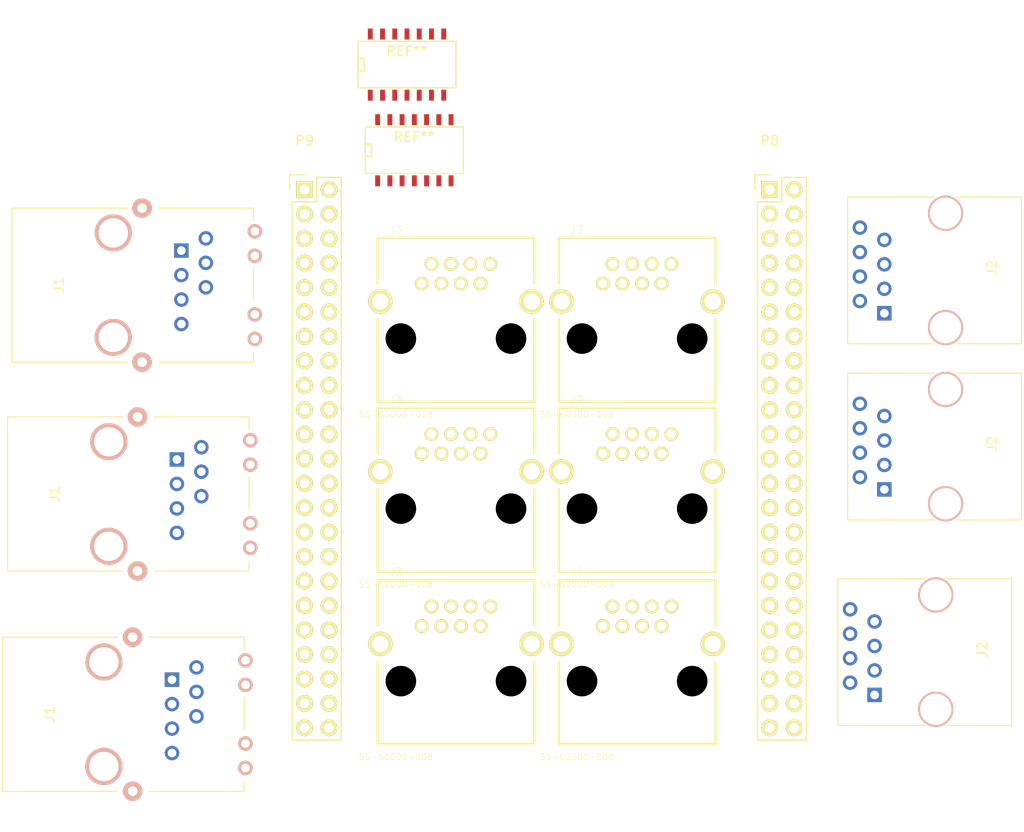
<source format=kicad_pcb>
(kicad_pcb (version 4) (host pcbnew 4.0.7-e2-6376~58~ubuntu16.04.1)

  (general
    (links 0)
    (no_connects 45)
    (area 114.463829 42.696129 169.076371 129.058671)
    (thickness 1.6)
    (drawings 11)
    (tracks 0)
    (zones 0)
    (modules 16)
    (nets 109)
  )

  (page A4)
  (layers
    (0 F.Cu signal)
    (31 B.Cu signal)
    (32 B.Adhes user)
    (33 F.Adhes user)
    (34 B.Paste user)
    (35 F.Paste user)
    (36 B.SilkS user)
    (37 F.SilkS user)
    (38 B.Mask user)
    (39 F.Mask user)
    (40 Dwgs.User user)
    (41 Cmts.User user)
    (42 Eco1.User user)
    (43 Eco2.User user)
    (44 Edge.Cuts user)
    (45 Margin user)
    (46 B.CrtYd user)
    (47 F.CrtYd user)
    (48 B.Fab user)
    (49 F.Fab user)
  )

  (setup
    (last_trace_width 0.25)
    (trace_clearance 0.2)
    (zone_clearance 0.508)
    (zone_45_only no)
    (trace_min 0.2)
    (segment_width 0.2)
    (edge_width 0.00254)
    (via_size 0.6)
    (via_drill 0.4)
    (via_min_size 0.4)
    (via_min_drill 0.3)
    (uvia_size 0.3)
    (uvia_drill 0.1)
    (uvias_allowed no)
    (uvia_min_size 0.2)
    (uvia_min_drill 0.1)
    (pcb_text_width 0.3)
    (pcb_text_size 1.5 1.5)
    (mod_edge_width 0.15)
    (mod_text_size 1 1)
    (mod_text_width 0.15)
    (pad_size 1.7272 1.7272)
    (pad_drill 1.016)
    (pad_to_mask_clearance 0)
    (aux_axis_origin 0 0)
    (visible_elements 7FFFFFFF)
    (pcbplotparams
      (layerselection 0x01030_80000001)
      (usegerberextensions false)
      (excludeedgelayer true)
      (linewidth 0.100000)
      (plotframeref false)
      (viasonmask false)
      (mode 1)
      (useauxorigin false)
      (hpglpennumber 1)
      (hpglpenspeed 20)
      (hpglpendiameter 15)
      (hpglpenoverlay 2)
      (psnegative false)
      (psa4output false)
      (plotreference true)
      (plotvalue true)
      (plotinvisibletext false)
      (padsonsilk false)
      (subtractmaskfromsilk false)
      (outputformat 4)
      (mirror false)
      (drillshape 0)
      (scaleselection 1)
      (outputdirectory ""))
  )

  (net 0 "")
  (net 1 "Net-(P8-Pad3)")
  (net 2 "Net-(P8-Pad4)")
  (net 3 "Net-(P8-Pad5)")
  (net 4 "Net-(P8-Pad6)")
  (net 5 "Net-(P8-Pad7)")
  (net 6 "Net-(P8-Pad8)")
  (net 7 "Net-(P8-Pad9)")
  (net 8 "Net-(P8-Pad10)")
  (net 9 "Net-(P8-Pad11)")
  (net 10 "Net-(P8-Pad12)")
  (net 11 "Net-(P8-Pad13)")
  (net 12 "Net-(P8-Pad14)")
  (net 13 "Net-(P8-Pad15)")
  (net 14 "Net-(P8-Pad16)")
  (net 15 "Net-(P8-Pad17)")
  (net 16 "Net-(P8-Pad18)")
  (net 17 "Net-(P8-Pad19)")
  (net 18 "Net-(P8-Pad20)")
  (net 19 "Net-(P8-Pad21)")
  (net 20 "Net-(P8-Pad22)")
  (net 21 "Net-(P8-Pad23)")
  (net 22 "Net-(P8-Pad24)")
  (net 23 "Net-(P8-Pad25)")
  (net 24 "Net-(P8-Pad26)")
  (net 25 "Net-(P8-Pad27)")
  (net 26 "Net-(P8-Pad28)")
  (net 27 "Net-(P8-Pad29)")
  (net 28 "Net-(P8-Pad30)")
  (net 29 "Net-(P8-Pad31)")
  (net 30 "Net-(P8-Pad32)")
  (net 31 "Net-(P8-Pad33)")
  (net 32 "Net-(P8-Pad34)")
  (net 33 "Net-(P8-Pad35)")
  (net 34 "Net-(P8-Pad36)")
  (net 35 "Net-(P8-Pad37)")
  (net 36 "Net-(P8-Pad38)")
  (net 37 "Net-(P8-Pad39)")
  (net 38 "Net-(P8-Pad40)")
  (net 39 "Net-(P8-Pad41)")
  (net 40 "Net-(P8-Pad42)")
  (net 41 "Net-(P8-Pad43)")
  (net 42 "Net-(P8-Pad44)")
  (net 43 "Net-(P8-Pad45)")
  (net 44 "Net-(P8-Pad46)")
  (net 45 "Net-(P9-Pad11)")
  (net 46 "Net-(P9-Pad12)")
  (net 47 "Net-(P9-Pad13)")
  (net 48 "Net-(P9-Pad14)")
  (net 49 "Net-(P9-Pad15)")
  (net 50 "Net-(P9-Pad16)")
  (net 51 "Net-(P9-Pad17)")
  (net 52 "Net-(P9-Pad18)")
  (net 53 "Net-(P9-Pad19)")
  (net 54 "Net-(P9-Pad20)")
  (net 55 "Net-(P9-Pad21)")
  (net 56 "Net-(P9-Pad22)")
  (net 57 "Net-(P9-Pad23)")
  (net 58 "Net-(P9-Pad24)")
  (net 59 "Net-(P9-Pad25)")
  (net 60 "Net-(P9-Pad26)")
  (net 61 "Net-(P9-Pad27)")
  (net 62 "Net-(P9-Pad28)")
  (net 63 "Net-(P9-Pad29)")
  (net 64 "Net-(P9-Pad30)")
  (net 65 "Net-(P9-Pad31)")
  (net 66 "Net-(P9-Pad33)")
  (net 67 "Net-(P9-Pad35)")
  (net 68 "Net-(P9-Pad36)")
  (net 69 "Net-(P9-Pad37)")
  (net 70 "Net-(P9-Pad38)")
  (net 71 "Net-(P9-Pad39)")
  (net 72 "Net-(P9-Pad40)")
  (net 73 "Net-(P9-Pad41)")
  (net 74 "Net-(P9-Pad42)")
  (net 75 GNDD)
  (net 76 +3V3)
  (net 77 +5V)
  (net 78 SYS_5V)
  (net 79 PWR_BUT)
  (net 80 SYS_RESETN)
  (net 81 VDD_ADC)
  (net 82 GNDA_ADC)
  (net 83 "Net-(J1-Pad1)")
  (net 84 "Net-(J1-Pad2)")
  (net 85 "Net-(J1-Pad3)")
  (net 86 "Net-(J1-Pad4)")
  (net 87 "Net-(J1-Pad5)")
  (net 88 "Net-(J1-Pad6)")
  (net 89 "Net-(J1-Pad7)")
  (net 90 "Net-(J1-Pad9)")
  (net 91 "Net-(J2-Pad1)")
  (net 92 "Net-(J2-Pad2)")
  (net 93 "Net-(J2-Pad3)")
  (net 94 "Net-(J2-Pad4)")
  (net 95 "Net-(J2-Pad5)")
  (net 96 "Net-(J2-Pad6)")
  (net 97 "Net-(J2-Pad7)")
  (net 98 "Net-(J2-Pad8)")
  (net 99 "Net-(J3-Pad4)")
  (net 100 "Net-(J3-Pad3)")
  (net 101 "Net-(J3-Pad2)")
  (net 102 "Net-(J3-Pad1)")
  (net 103 "Net-(J3-Pad5)")
  (net 104 "Net-(J3-Pad6)")
  (net 105 "Net-(J3-Pad7)")
  (net 106 "Net-(J3-Pad8)")
  (net 107 "Net-(J3-PadS1)")
  (net 108 "Net-(J3-PadS2)")

  (net_class Default "To jest domyślna klasa połączeń."
    (clearance 0.2)
    (trace_width 0.25)
    (via_dia 0.6)
    (via_drill 0.4)
    (uvia_dia 0.3)
    (uvia_drill 0.1)
    (add_net +3V3)
    (add_net +5V)
    (add_net GNDA_ADC)
    (add_net GNDD)
    (add_net "Net-(J1-Pad1)")
    (add_net "Net-(J1-Pad2)")
    (add_net "Net-(J1-Pad3)")
    (add_net "Net-(J1-Pad4)")
    (add_net "Net-(J1-Pad5)")
    (add_net "Net-(J1-Pad6)")
    (add_net "Net-(J1-Pad7)")
    (add_net "Net-(J1-Pad9)")
    (add_net "Net-(J2-Pad1)")
    (add_net "Net-(J2-Pad2)")
    (add_net "Net-(J2-Pad3)")
    (add_net "Net-(J2-Pad4)")
    (add_net "Net-(J2-Pad5)")
    (add_net "Net-(J2-Pad6)")
    (add_net "Net-(J2-Pad7)")
    (add_net "Net-(J2-Pad8)")
    (add_net "Net-(J3-Pad1)")
    (add_net "Net-(J3-Pad2)")
    (add_net "Net-(J3-Pad3)")
    (add_net "Net-(J3-Pad4)")
    (add_net "Net-(J3-Pad5)")
    (add_net "Net-(J3-Pad6)")
    (add_net "Net-(J3-Pad7)")
    (add_net "Net-(J3-Pad8)")
    (add_net "Net-(J3-PadS1)")
    (add_net "Net-(J3-PadS2)")
    (add_net "Net-(P8-Pad10)")
    (add_net "Net-(P8-Pad11)")
    (add_net "Net-(P8-Pad12)")
    (add_net "Net-(P8-Pad13)")
    (add_net "Net-(P8-Pad14)")
    (add_net "Net-(P8-Pad15)")
    (add_net "Net-(P8-Pad16)")
    (add_net "Net-(P8-Pad17)")
    (add_net "Net-(P8-Pad18)")
    (add_net "Net-(P8-Pad19)")
    (add_net "Net-(P8-Pad20)")
    (add_net "Net-(P8-Pad21)")
    (add_net "Net-(P8-Pad22)")
    (add_net "Net-(P8-Pad23)")
    (add_net "Net-(P8-Pad24)")
    (add_net "Net-(P8-Pad25)")
    (add_net "Net-(P8-Pad26)")
    (add_net "Net-(P8-Pad27)")
    (add_net "Net-(P8-Pad28)")
    (add_net "Net-(P8-Pad29)")
    (add_net "Net-(P8-Pad3)")
    (add_net "Net-(P8-Pad30)")
    (add_net "Net-(P8-Pad31)")
    (add_net "Net-(P8-Pad32)")
    (add_net "Net-(P8-Pad33)")
    (add_net "Net-(P8-Pad34)")
    (add_net "Net-(P8-Pad35)")
    (add_net "Net-(P8-Pad36)")
    (add_net "Net-(P8-Pad37)")
    (add_net "Net-(P8-Pad38)")
    (add_net "Net-(P8-Pad39)")
    (add_net "Net-(P8-Pad4)")
    (add_net "Net-(P8-Pad40)")
    (add_net "Net-(P8-Pad41)")
    (add_net "Net-(P8-Pad42)")
    (add_net "Net-(P8-Pad43)")
    (add_net "Net-(P8-Pad44)")
    (add_net "Net-(P8-Pad45)")
    (add_net "Net-(P8-Pad46)")
    (add_net "Net-(P8-Pad5)")
    (add_net "Net-(P8-Pad6)")
    (add_net "Net-(P8-Pad7)")
    (add_net "Net-(P8-Pad8)")
    (add_net "Net-(P8-Pad9)")
    (add_net "Net-(P9-Pad11)")
    (add_net "Net-(P9-Pad12)")
    (add_net "Net-(P9-Pad13)")
    (add_net "Net-(P9-Pad14)")
    (add_net "Net-(P9-Pad15)")
    (add_net "Net-(P9-Pad16)")
    (add_net "Net-(P9-Pad17)")
    (add_net "Net-(P9-Pad18)")
    (add_net "Net-(P9-Pad19)")
    (add_net "Net-(P9-Pad20)")
    (add_net "Net-(P9-Pad21)")
    (add_net "Net-(P9-Pad22)")
    (add_net "Net-(P9-Pad23)")
    (add_net "Net-(P9-Pad24)")
    (add_net "Net-(P9-Pad25)")
    (add_net "Net-(P9-Pad26)")
    (add_net "Net-(P9-Pad27)")
    (add_net "Net-(P9-Pad28)")
    (add_net "Net-(P9-Pad29)")
    (add_net "Net-(P9-Pad30)")
    (add_net "Net-(P9-Pad31)")
    (add_net "Net-(P9-Pad33)")
    (add_net "Net-(P9-Pad35)")
    (add_net "Net-(P9-Pad36)")
    (add_net "Net-(P9-Pad37)")
    (add_net "Net-(P9-Pad38)")
    (add_net "Net-(P9-Pad39)")
    (add_net "Net-(P9-Pad40)")
    (add_net "Net-(P9-Pad41)")
    (add_net "Net-(P9-Pad42)")
    (add_net PWR_BUT)
    (add_net SYS_5V)
    (add_net SYS_RESETN)
    (add_net VDD_ADC)
  )

  (module SMD_Packages:SOIC-14_N (layer F.Cu) (tedit 0) (tstamp 5B103F71)
    (at 127.762 58.166)
    (descr "Module CMS SOJ 14 pins Large")
    (tags "CMS SOJ")
    (attr smd)
    (fp_text reference REF** (at 0 -1.27) (layer F.SilkS)
      (effects (font (size 1 1) (thickness 0.15)))
    )
    (fp_text value SOIC-14_N (at 0 1.27) (layer F.Fab)
      (effects (font (size 1 1) (thickness 0.15)))
    )
    (fp_line (start 5.08 -2.286) (end 5.08 2.54) (layer F.SilkS) (width 0.15))
    (fp_line (start 5.08 2.54) (end -5.08 2.54) (layer F.SilkS) (width 0.15))
    (fp_line (start -5.08 2.54) (end -5.08 -2.286) (layer F.SilkS) (width 0.15))
    (fp_line (start -5.08 -2.286) (end 5.08 -2.286) (layer F.SilkS) (width 0.15))
    (fp_line (start -5.08 -0.508) (end -4.445 -0.508) (layer F.SilkS) (width 0.15))
    (fp_line (start -4.445 -0.508) (end -4.445 0.762) (layer F.SilkS) (width 0.15))
    (fp_line (start -4.445 0.762) (end -5.08 0.762) (layer F.SilkS) (width 0.15))
    (pad 1 smd rect (at -3.81 3.302) (size 0.508 1.143) (layers F.Cu F.Paste F.Mask))
    (pad 2 smd rect (at -2.54 3.302) (size 0.508 1.143) (layers F.Cu F.Paste F.Mask))
    (pad 3 smd rect (at -1.27 3.302) (size 0.508 1.143) (layers F.Cu F.Paste F.Mask))
    (pad 4 smd rect (at 0 3.302) (size 0.508 1.143) (layers F.Cu F.Paste F.Mask))
    (pad 5 smd rect (at 1.27 3.302) (size 0.508 1.143) (layers F.Cu F.Paste F.Mask))
    (pad 6 smd rect (at 2.54 3.302) (size 0.508 1.143) (layers F.Cu F.Paste F.Mask))
    (pad 7 smd rect (at 3.81 3.302) (size 0.508 1.143) (layers F.Cu F.Paste F.Mask))
    (pad 8 smd rect (at 3.81 -3.048) (size 0.508 1.143) (layers F.Cu F.Paste F.Mask))
    (pad 9 smd rect (at 2.54 -3.048) (size 0.508 1.143) (layers F.Cu F.Paste F.Mask))
    (pad 11 smd rect (at 0 -3.048) (size 0.508 1.143) (layers F.Cu F.Paste F.Mask))
    (pad 12 smd rect (at -1.27 -3.048) (size 0.508 1.143) (layers F.Cu F.Paste F.Mask))
    (pad 13 smd rect (at -2.54 -3.048) (size 0.508 1.143) (layers F.Cu F.Paste F.Mask))
    (pad 14 smd rect (at -3.81 -3.048) (size 0.508 1.143) (layers F.Cu F.Paste F.Mask))
    (pad 10 smd rect (at 1.27 -3.048) (size 0.508 1.143) (layers F.Cu F.Paste F.Mask))
    (model SMD_Packages.3dshapes/SOIC-14_N.wrl
      (at (xyz 0 0 0))
      (scale (xyz 0.5 0.4 0.5))
      (rotate (xyz 0 0 0))
    )
  )

  (module 520260-4 (layer F.Cu) (tedit 0) (tstamp 5B103F0D)
    (at 150.876 95.504)
    (descr "<b>Modular Jack</b><p>Shielded, Vertical, Board Guide, Board Lock")
    (path /5B103B27)
    (fp_text reference J3 (at -6.23166 -11.3187) (layer F.SilkS)
      (effects (font (size 0.801108 0.801108) (thickness 0.05)))
    )
    (fp_text value SS-60000-008 (at -6.23534 7.86417) (layer F.SilkS)
      (effects (font (size 0.641269 0.641269) (thickness 0.05)))
    )
    (fp_line (start -8.128 -10.4648) (end -8.128 -5.715) (layer F.SilkS) (width 0.254))
    (fp_line (start -8.128 -2.032) (end -8.128 6.5532) (layer F.SilkS) (width 0.254))
    (fp_line (start -8.128 6.5532) (end 8.128 6.5532) (layer F.SilkS) (width 0.254))
    (fp_line (start 8.128 6.5532) (end 8.128 -2.032) (layer F.SilkS) (width 0.254))
    (fp_line (start 8.128 -5.715) (end 8.128 -10.4648) (layer F.SilkS) (width 0.254))
    (fp_line (start -6.35 -5.08) (end -6.35 3.175) (layer Dwgs.User) (width 0.254))
    (fp_line (start 6.35 -5.08) (end -6.35 -5.08) (layer Dwgs.User) (width 0.254))
    (fp_line (start 6.35 -5.08) (end 6.35 3.175) (layer Dwgs.User) (width 0.254))
    (fp_line (start 6.35 3.175) (end 3.81 3.175) (layer Dwgs.User) (width 0.254))
    (fp_line (start 3.81 3.175) (end 3.81 4.445) (layer Dwgs.User) (width 0.254))
    (fp_line (start 3.81 4.445) (end 1.905 4.445) (layer Dwgs.User) (width 0.254))
    (fp_line (start -1.905 4.445) (end -3.81 4.445) (layer Dwgs.User) (width 0.254))
    (fp_line (start -3.81 4.445) (end -3.81 3.175) (layer Dwgs.User) (width 0.254))
    (fp_line (start -3.81 3.175) (end -6.35 3.175) (layer Dwgs.User) (width 0.254))
    (fp_line (start -1.905 4.445) (end -1.905 6.096) (layer Dwgs.User) (width 0.254))
    (fp_line (start -1.905 6.096) (end 1.905 6.096) (layer Dwgs.User) (width 0.254))
    (fp_line (start 1.905 6.096) (end 1.905 4.445) (layer Dwgs.User) (width 0.254))
    (fp_line (start 8.128 -10.4648) (end -8.128 -10.4648) (layer F.SilkS) (width 0.254))
    (pad 4 thru_hole circle (at 0.508 -5.715) (size 1.4224 1.4224) (drill 0.9144) (layers *.Cu *.Mask F.SilkS)
      (net 99 "Net-(J3-Pad4)"))
    (pad 3 thru_hole circle (at -1.524 -5.715) (size 1.4224 1.4224) (drill 0.9144) (layers *.Cu *.Mask F.SilkS)
      (net 100 "Net-(J3-Pad3)"))
    (pad 2 thru_hole circle (at -3.556 -5.715) (size 1.4224 1.4224) (drill 0.9144) (layers *.Cu *.Mask F.SilkS)
      (net 101 "Net-(J3-Pad2)"))
    (pad 1 thru_hole circle (at -2.54 -7.747) (size 1.4224 1.4224) (drill 0.9144) (layers *.Cu *.Mask F.SilkS)
      (net 102 "Net-(J3-Pad1)"))
    (pad 5 thru_hole circle (at -0.508 -7.747) (size 1.4224 1.4224) (drill 0.9144) (layers *.Cu *.Mask F.SilkS)
      (net 103 "Net-(J3-Pad5)"))
    (pad 6 thru_hole circle (at 1.524 -7.747) (size 1.4224 1.4224) (drill 0.9144) (layers *.Cu *.Mask F.SilkS)
      (net 104 "Net-(J3-Pad6)"))
    (pad 7 thru_hole circle (at 3.556 -7.747) (size 1.4224 1.4224) (drill 0.9144) (layers *.Cu *.Mask F.SilkS)
      (net 105 "Net-(J3-Pad7)"))
    (pad 8 thru_hole circle (at 2.54 -5.715) (size 1.4224 1.4224) (drill 0.9144) (layers *.Cu *.Mask F.SilkS)
      (net 106 "Net-(J3-Pad8)"))
    (pad S1 thru_hole circle (at -7.8486 -3.8608) (size 2.5146 2.5146) (drill 1.6764) (layers *.Cu *.Mask F.SilkS)
      (net 107 "Net-(J3-PadS1)"))
    (pad S2 thru_hole circle (at 7.8486 -3.8608) (size 2.5146 2.5146) (drill 1.6764) (layers *.Cu *.Mask F.SilkS)
      (net 108 "Net-(J3-PadS2)"))
    (pad Hole np_thru_hole circle (at -5.715 0) (size 3.175 3.175) (drill 3.175) (layers))
    (pad Hole np_thru_hole circle (at 5.715 0) (size 3.175 3.175) (drill 3.175) (layers))
  )

  (module 520260-4 (layer F.Cu) (tedit 0) (tstamp 5B103EEC)
    (at 150.876 113.411)
    (descr "<b>Modular Jack</b><p>Shielded, Vertical, Board Guide, Board Lock")
    (path /5B103B27)
    (fp_text reference J3 (at -6.23166 -11.3187) (layer F.SilkS)
      (effects (font (size 0.801108 0.801108) (thickness 0.05)))
    )
    (fp_text value SS-60000-008 (at -6.23534 7.86417) (layer F.SilkS)
      (effects (font (size 0.641269 0.641269) (thickness 0.05)))
    )
    (fp_line (start -8.128 -10.4648) (end -8.128 -5.715) (layer F.SilkS) (width 0.254))
    (fp_line (start -8.128 -2.032) (end -8.128 6.5532) (layer F.SilkS) (width 0.254))
    (fp_line (start -8.128 6.5532) (end 8.128 6.5532) (layer F.SilkS) (width 0.254))
    (fp_line (start 8.128 6.5532) (end 8.128 -2.032) (layer F.SilkS) (width 0.254))
    (fp_line (start 8.128 -5.715) (end 8.128 -10.4648) (layer F.SilkS) (width 0.254))
    (fp_line (start -6.35 -5.08) (end -6.35 3.175) (layer Dwgs.User) (width 0.254))
    (fp_line (start 6.35 -5.08) (end -6.35 -5.08) (layer Dwgs.User) (width 0.254))
    (fp_line (start 6.35 -5.08) (end 6.35 3.175) (layer Dwgs.User) (width 0.254))
    (fp_line (start 6.35 3.175) (end 3.81 3.175) (layer Dwgs.User) (width 0.254))
    (fp_line (start 3.81 3.175) (end 3.81 4.445) (layer Dwgs.User) (width 0.254))
    (fp_line (start 3.81 4.445) (end 1.905 4.445) (layer Dwgs.User) (width 0.254))
    (fp_line (start -1.905 4.445) (end -3.81 4.445) (layer Dwgs.User) (width 0.254))
    (fp_line (start -3.81 4.445) (end -3.81 3.175) (layer Dwgs.User) (width 0.254))
    (fp_line (start -3.81 3.175) (end -6.35 3.175) (layer Dwgs.User) (width 0.254))
    (fp_line (start -1.905 4.445) (end -1.905 6.096) (layer Dwgs.User) (width 0.254))
    (fp_line (start -1.905 6.096) (end 1.905 6.096) (layer Dwgs.User) (width 0.254))
    (fp_line (start 1.905 6.096) (end 1.905 4.445) (layer Dwgs.User) (width 0.254))
    (fp_line (start 8.128 -10.4648) (end -8.128 -10.4648) (layer F.SilkS) (width 0.254))
    (pad 4 thru_hole circle (at 0.508 -5.715) (size 1.4224 1.4224) (drill 0.9144) (layers *.Cu *.Mask F.SilkS)
      (net 99 "Net-(J3-Pad4)"))
    (pad 3 thru_hole circle (at -1.524 -5.715) (size 1.4224 1.4224) (drill 0.9144) (layers *.Cu *.Mask F.SilkS)
      (net 100 "Net-(J3-Pad3)"))
    (pad 2 thru_hole circle (at -3.556 -5.715) (size 1.4224 1.4224) (drill 0.9144) (layers *.Cu *.Mask F.SilkS)
      (net 101 "Net-(J3-Pad2)"))
    (pad 1 thru_hole circle (at -2.54 -7.747) (size 1.4224 1.4224) (drill 0.9144) (layers *.Cu *.Mask F.SilkS)
      (net 102 "Net-(J3-Pad1)"))
    (pad 5 thru_hole circle (at -0.508 -7.747) (size 1.4224 1.4224) (drill 0.9144) (layers *.Cu *.Mask F.SilkS)
      (net 103 "Net-(J3-Pad5)"))
    (pad 6 thru_hole circle (at 1.524 -7.747) (size 1.4224 1.4224) (drill 0.9144) (layers *.Cu *.Mask F.SilkS)
      (net 104 "Net-(J3-Pad6)"))
    (pad 7 thru_hole circle (at 3.556 -7.747) (size 1.4224 1.4224) (drill 0.9144) (layers *.Cu *.Mask F.SilkS)
      (net 105 "Net-(J3-Pad7)"))
    (pad 8 thru_hole circle (at 2.54 -5.715) (size 1.4224 1.4224) (drill 0.9144) (layers *.Cu *.Mask F.SilkS)
      (net 106 "Net-(J3-Pad8)"))
    (pad S1 thru_hole circle (at -7.8486 -3.8608) (size 2.5146 2.5146) (drill 1.6764) (layers *.Cu *.Mask F.SilkS)
      (net 107 "Net-(J3-PadS1)"))
    (pad S2 thru_hole circle (at 7.8486 -3.8608) (size 2.5146 2.5146) (drill 1.6764) (layers *.Cu *.Mask F.SilkS)
      (net 108 "Net-(J3-PadS2)"))
    (pad Hole np_thru_hole circle (at -5.715 0) (size 3.175 3.175) (drill 3.175) (layers))
    (pad Hole np_thru_hole circle (at 5.715 0) (size 3.175 3.175) (drill 3.175) (layers))
  )

  (module 520260-4 (layer F.Cu) (tedit 0) (tstamp 5B103ECB)
    (at 150.876 77.851)
    (descr "<b>Modular Jack</b><p>Shielded, Vertical, Board Guide, Board Lock")
    (path /5B103B27)
    (fp_text reference J3 (at -6.23166 -11.3187) (layer F.SilkS)
      (effects (font (size 0.801108 0.801108) (thickness 0.05)))
    )
    (fp_text value SS-60000-008 (at -6.23534 7.86417) (layer F.SilkS)
      (effects (font (size 0.641269 0.641269) (thickness 0.05)))
    )
    (fp_line (start -8.128 -10.4648) (end -8.128 -5.715) (layer F.SilkS) (width 0.254))
    (fp_line (start -8.128 -2.032) (end -8.128 6.5532) (layer F.SilkS) (width 0.254))
    (fp_line (start -8.128 6.5532) (end 8.128 6.5532) (layer F.SilkS) (width 0.254))
    (fp_line (start 8.128 6.5532) (end 8.128 -2.032) (layer F.SilkS) (width 0.254))
    (fp_line (start 8.128 -5.715) (end 8.128 -10.4648) (layer F.SilkS) (width 0.254))
    (fp_line (start -6.35 -5.08) (end -6.35 3.175) (layer Dwgs.User) (width 0.254))
    (fp_line (start 6.35 -5.08) (end -6.35 -5.08) (layer Dwgs.User) (width 0.254))
    (fp_line (start 6.35 -5.08) (end 6.35 3.175) (layer Dwgs.User) (width 0.254))
    (fp_line (start 6.35 3.175) (end 3.81 3.175) (layer Dwgs.User) (width 0.254))
    (fp_line (start 3.81 3.175) (end 3.81 4.445) (layer Dwgs.User) (width 0.254))
    (fp_line (start 3.81 4.445) (end 1.905 4.445) (layer Dwgs.User) (width 0.254))
    (fp_line (start -1.905 4.445) (end -3.81 4.445) (layer Dwgs.User) (width 0.254))
    (fp_line (start -3.81 4.445) (end -3.81 3.175) (layer Dwgs.User) (width 0.254))
    (fp_line (start -3.81 3.175) (end -6.35 3.175) (layer Dwgs.User) (width 0.254))
    (fp_line (start -1.905 4.445) (end -1.905 6.096) (layer Dwgs.User) (width 0.254))
    (fp_line (start -1.905 6.096) (end 1.905 6.096) (layer Dwgs.User) (width 0.254))
    (fp_line (start 1.905 6.096) (end 1.905 4.445) (layer Dwgs.User) (width 0.254))
    (fp_line (start 8.128 -10.4648) (end -8.128 -10.4648) (layer F.SilkS) (width 0.254))
    (pad 4 thru_hole circle (at 0.508 -5.715) (size 1.4224 1.4224) (drill 0.9144) (layers *.Cu *.Mask F.SilkS)
      (net 99 "Net-(J3-Pad4)"))
    (pad 3 thru_hole circle (at -1.524 -5.715) (size 1.4224 1.4224) (drill 0.9144) (layers *.Cu *.Mask F.SilkS)
      (net 100 "Net-(J3-Pad3)"))
    (pad 2 thru_hole circle (at -3.556 -5.715) (size 1.4224 1.4224) (drill 0.9144) (layers *.Cu *.Mask F.SilkS)
      (net 101 "Net-(J3-Pad2)"))
    (pad 1 thru_hole circle (at -2.54 -7.747) (size 1.4224 1.4224) (drill 0.9144) (layers *.Cu *.Mask F.SilkS)
      (net 102 "Net-(J3-Pad1)"))
    (pad 5 thru_hole circle (at -0.508 -7.747) (size 1.4224 1.4224) (drill 0.9144) (layers *.Cu *.Mask F.SilkS)
      (net 103 "Net-(J3-Pad5)"))
    (pad 6 thru_hole circle (at 1.524 -7.747) (size 1.4224 1.4224) (drill 0.9144) (layers *.Cu *.Mask F.SilkS)
      (net 104 "Net-(J3-Pad6)"))
    (pad 7 thru_hole circle (at 3.556 -7.747) (size 1.4224 1.4224) (drill 0.9144) (layers *.Cu *.Mask F.SilkS)
      (net 105 "Net-(J3-Pad7)"))
    (pad 8 thru_hole circle (at 2.54 -5.715) (size 1.4224 1.4224) (drill 0.9144) (layers *.Cu *.Mask F.SilkS)
      (net 106 "Net-(J3-Pad8)"))
    (pad S1 thru_hole circle (at -7.8486 -3.8608) (size 2.5146 2.5146) (drill 1.6764) (layers *.Cu *.Mask F.SilkS)
      (net 107 "Net-(J3-PadS1)"))
    (pad S2 thru_hole circle (at 7.8486 -3.8608) (size 2.5146 2.5146) (drill 1.6764) (layers *.Cu *.Mask F.SilkS)
      (net 108 "Net-(J3-PadS2)"))
    (pad Hole np_thru_hole circle (at -5.715 0) (size 3.175 3.175) (drill 3.175) (layers))
    (pad Hole np_thru_hole circle (at 5.715 0) (size 3.175 3.175) (drill 3.175) (layers))
  )

  (module 520260-4 (layer F.Cu) (tedit 0) (tstamp 5B103E98)
    (at 132.08 113.411)
    (descr "<b>Modular Jack</b><p>Shielded, Vertical, Board Guide, Board Lock")
    (path /5B103B27)
    (fp_text reference J3 (at -6.23166 -11.3187) (layer F.SilkS)
      (effects (font (size 0.801108 0.801108) (thickness 0.05)))
    )
    (fp_text value SS-60000-008 (at -6.23534 7.86417) (layer F.SilkS)
      (effects (font (size 0.641269 0.641269) (thickness 0.05)))
    )
    (fp_line (start -8.128 -10.4648) (end -8.128 -5.715) (layer F.SilkS) (width 0.254))
    (fp_line (start -8.128 -2.032) (end -8.128 6.5532) (layer F.SilkS) (width 0.254))
    (fp_line (start -8.128 6.5532) (end 8.128 6.5532) (layer F.SilkS) (width 0.254))
    (fp_line (start 8.128 6.5532) (end 8.128 -2.032) (layer F.SilkS) (width 0.254))
    (fp_line (start 8.128 -5.715) (end 8.128 -10.4648) (layer F.SilkS) (width 0.254))
    (fp_line (start -6.35 -5.08) (end -6.35 3.175) (layer Dwgs.User) (width 0.254))
    (fp_line (start 6.35 -5.08) (end -6.35 -5.08) (layer Dwgs.User) (width 0.254))
    (fp_line (start 6.35 -5.08) (end 6.35 3.175) (layer Dwgs.User) (width 0.254))
    (fp_line (start 6.35 3.175) (end 3.81 3.175) (layer Dwgs.User) (width 0.254))
    (fp_line (start 3.81 3.175) (end 3.81 4.445) (layer Dwgs.User) (width 0.254))
    (fp_line (start 3.81 4.445) (end 1.905 4.445) (layer Dwgs.User) (width 0.254))
    (fp_line (start -1.905 4.445) (end -3.81 4.445) (layer Dwgs.User) (width 0.254))
    (fp_line (start -3.81 4.445) (end -3.81 3.175) (layer Dwgs.User) (width 0.254))
    (fp_line (start -3.81 3.175) (end -6.35 3.175) (layer Dwgs.User) (width 0.254))
    (fp_line (start -1.905 4.445) (end -1.905 6.096) (layer Dwgs.User) (width 0.254))
    (fp_line (start -1.905 6.096) (end 1.905 6.096) (layer Dwgs.User) (width 0.254))
    (fp_line (start 1.905 6.096) (end 1.905 4.445) (layer Dwgs.User) (width 0.254))
    (fp_line (start 8.128 -10.4648) (end -8.128 -10.4648) (layer F.SilkS) (width 0.254))
    (pad 4 thru_hole circle (at 0.508 -5.715) (size 1.4224 1.4224) (drill 0.9144) (layers *.Cu *.Mask F.SilkS)
      (net 99 "Net-(J3-Pad4)"))
    (pad 3 thru_hole circle (at -1.524 -5.715) (size 1.4224 1.4224) (drill 0.9144) (layers *.Cu *.Mask F.SilkS)
      (net 100 "Net-(J3-Pad3)"))
    (pad 2 thru_hole circle (at -3.556 -5.715) (size 1.4224 1.4224) (drill 0.9144) (layers *.Cu *.Mask F.SilkS)
      (net 101 "Net-(J3-Pad2)"))
    (pad 1 thru_hole circle (at -2.54 -7.747) (size 1.4224 1.4224) (drill 0.9144) (layers *.Cu *.Mask F.SilkS)
      (net 102 "Net-(J3-Pad1)"))
    (pad 5 thru_hole circle (at -0.508 -7.747) (size 1.4224 1.4224) (drill 0.9144) (layers *.Cu *.Mask F.SilkS)
      (net 103 "Net-(J3-Pad5)"))
    (pad 6 thru_hole circle (at 1.524 -7.747) (size 1.4224 1.4224) (drill 0.9144) (layers *.Cu *.Mask F.SilkS)
      (net 104 "Net-(J3-Pad6)"))
    (pad 7 thru_hole circle (at 3.556 -7.747) (size 1.4224 1.4224) (drill 0.9144) (layers *.Cu *.Mask F.SilkS)
      (net 105 "Net-(J3-Pad7)"))
    (pad 8 thru_hole circle (at 2.54 -5.715) (size 1.4224 1.4224) (drill 0.9144) (layers *.Cu *.Mask F.SilkS)
      (net 106 "Net-(J3-Pad8)"))
    (pad S1 thru_hole circle (at -7.8486 -3.8608) (size 2.5146 2.5146) (drill 1.6764) (layers *.Cu *.Mask F.SilkS)
      (net 107 "Net-(J3-PadS1)"))
    (pad S2 thru_hole circle (at 7.8486 -3.8608) (size 2.5146 2.5146) (drill 1.6764) (layers *.Cu *.Mask F.SilkS)
      (net 108 "Net-(J3-PadS2)"))
    (pad Hole np_thru_hole circle (at -5.715 0) (size 3.175 3.175) (drill 3.175) (layers))
    (pad Hole np_thru_hole circle (at 5.715 0) (size 3.175 3.175) (drill 3.175) (layers))
  )

  (module 520260-4 (layer F.Cu) (tedit 0) (tstamp 5B103E58)
    (at 132.08 95.504)
    (descr "<b>Modular Jack</b><p>Shielded, Vertical, Board Guide, Board Lock")
    (path /5B103B27)
    (fp_text reference J3 (at -6.23166 -11.3187) (layer F.SilkS)
      (effects (font (size 0.801108 0.801108) (thickness 0.05)))
    )
    (fp_text value SS-60000-008 (at -6.23534 7.86417) (layer F.SilkS)
      (effects (font (size 0.641269 0.641269) (thickness 0.05)))
    )
    (fp_line (start -8.128 -10.4648) (end -8.128 -5.715) (layer F.SilkS) (width 0.254))
    (fp_line (start -8.128 -2.032) (end -8.128 6.5532) (layer F.SilkS) (width 0.254))
    (fp_line (start -8.128 6.5532) (end 8.128 6.5532) (layer F.SilkS) (width 0.254))
    (fp_line (start 8.128 6.5532) (end 8.128 -2.032) (layer F.SilkS) (width 0.254))
    (fp_line (start 8.128 -5.715) (end 8.128 -10.4648) (layer F.SilkS) (width 0.254))
    (fp_line (start -6.35 -5.08) (end -6.35 3.175) (layer Dwgs.User) (width 0.254))
    (fp_line (start 6.35 -5.08) (end -6.35 -5.08) (layer Dwgs.User) (width 0.254))
    (fp_line (start 6.35 -5.08) (end 6.35 3.175) (layer Dwgs.User) (width 0.254))
    (fp_line (start 6.35 3.175) (end 3.81 3.175) (layer Dwgs.User) (width 0.254))
    (fp_line (start 3.81 3.175) (end 3.81 4.445) (layer Dwgs.User) (width 0.254))
    (fp_line (start 3.81 4.445) (end 1.905 4.445) (layer Dwgs.User) (width 0.254))
    (fp_line (start -1.905 4.445) (end -3.81 4.445) (layer Dwgs.User) (width 0.254))
    (fp_line (start -3.81 4.445) (end -3.81 3.175) (layer Dwgs.User) (width 0.254))
    (fp_line (start -3.81 3.175) (end -6.35 3.175) (layer Dwgs.User) (width 0.254))
    (fp_line (start -1.905 4.445) (end -1.905 6.096) (layer Dwgs.User) (width 0.254))
    (fp_line (start -1.905 6.096) (end 1.905 6.096) (layer Dwgs.User) (width 0.254))
    (fp_line (start 1.905 6.096) (end 1.905 4.445) (layer Dwgs.User) (width 0.254))
    (fp_line (start 8.128 -10.4648) (end -8.128 -10.4648) (layer F.SilkS) (width 0.254))
    (pad 4 thru_hole circle (at 0.508 -5.715) (size 1.4224 1.4224) (drill 0.9144) (layers *.Cu *.Mask F.SilkS)
      (net 99 "Net-(J3-Pad4)"))
    (pad 3 thru_hole circle (at -1.524 -5.715) (size 1.4224 1.4224) (drill 0.9144) (layers *.Cu *.Mask F.SilkS)
      (net 100 "Net-(J3-Pad3)"))
    (pad 2 thru_hole circle (at -3.556 -5.715) (size 1.4224 1.4224) (drill 0.9144) (layers *.Cu *.Mask F.SilkS)
      (net 101 "Net-(J3-Pad2)"))
    (pad 1 thru_hole circle (at -2.54 -7.747) (size 1.4224 1.4224) (drill 0.9144) (layers *.Cu *.Mask F.SilkS)
      (net 102 "Net-(J3-Pad1)"))
    (pad 5 thru_hole circle (at -0.508 -7.747) (size 1.4224 1.4224) (drill 0.9144) (layers *.Cu *.Mask F.SilkS)
      (net 103 "Net-(J3-Pad5)"))
    (pad 6 thru_hole circle (at 1.524 -7.747) (size 1.4224 1.4224) (drill 0.9144) (layers *.Cu *.Mask F.SilkS)
      (net 104 "Net-(J3-Pad6)"))
    (pad 7 thru_hole circle (at 3.556 -7.747) (size 1.4224 1.4224) (drill 0.9144) (layers *.Cu *.Mask F.SilkS)
      (net 105 "Net-(J3-Pad7)"))
    (pad 8 thru_hole circle (at 2.54 -5.715) (size 1.4224 1.4224) (drill 0.9144) (layers *.Cu *.Mask F.SilkS)
      (net 106 "Net-(J3-Pad8)"))
    (pad S1 thru_hole circle (at -7.8486 -3.8608) (size 2.5146 2.5146) (drill 1.6764) (layers *.Cu *.Mask F.SilkS)
      (net 107 "Net-(J3-PadS1)"))
    (pad S2 thru_hole circle (at 7.8486 -3.8608) (size 2.5146 2.5146) (drill 1.6764) (layers *.Cu *.Mask F.SilkS)
      (net 108 "Net-(J3-PadS2)"))
    (pad Hole np_thru_hole circle (at -5.715 0) (size 3.175 3.175) (drill 3.175) (layers))
    (pad Hole np_thru_hole circle (at 5.715 0) (size 3.175 3.175) (drill 3.175) (layers))
  )

  (module Connectors:RJ45_8 (layer F.Cu) (tedit 0) (tstamp 5B0F8487)
    (at 175.514 114.842 90)
    (tags RJ45)
    (path /5B0F8371)
    (fp_text reference J2 (at 4.7 11.18 90) (layer F.SilkS)
      (effects (font (size 1 1) (thickness 0.15)))
    )
    (fp_text value RJ45_LEDS (at 4.59 6.25 90) (layer F.Fab)
      (effects (font (size 1 1) (thickness 0.15)))
    )
    (fp_line (start -3.17 14.22) (end 12.07 14.22) (layer F.SilkS) (width 0.12))
    (fp_line (start 12.07 -3.81) (end 12.06 5.18) (layer F.SilkS) (width 0.12))
    (fp_line (start 12.07 -3.81) (end -3.17 -3.81) (layer F.SilkS) (width 0.12))
    (fp_line (start -3.17 -3.81) (end -3.17 5.19) (layer F.SilkS) (width 0.12))
    (fp_line (start 12.06 7.52) (end 12.07 14.22) (layer F.SilkS) (width 0.12))
    (fp_line (start -3.17 7.51) (end -3.17 14.22) (layer F.SilkS) (width 0.12))
    (fp_line (start -3.56 -4.06) (end 12.46 -4.06) (layer F.CrtYd) (width 0.05))
    (fp_line (start -3.56 -4.06) (end -3.56 14.47) (layer F.CrtYd) (width 0.05))
    (fp_line (start 12.46 14.47) (end 12.46 -4.06) (layer F.CrtYd) (width 0.05))
    (fp_line (start 12.46 14.47) (end -3.56 14.47) (layer F.CrtYd) (width 0.05))
    (pad Hole np_thru_hole circle (at 10.38 6.35 90) (size 3.65 3.65) (drill 3.25) (layers *.Cu *.SilkS *.Mask))
    (pad Hole np_thru_hole circle (at -1.49 6.35 90) (size 3.65 3.65) (drill 3.25) (layers *.Cu *.SilkS *.Mask))
    (pad 1 thru_hole rect (at 0 0 90) (size 1.5 1.5) (drill 0.9) (layers *.Cu *.Mask)
      (net 91 "Net-(J2-Pad1)"))
    (pad 2 thru_hole circle (at 1.27 -2.54 90) (size 1.5 1.5) (drill 0.9) (layers *.Cu *.Mask)
      (net 92 "Net-(J2-Pad2)"))
    (pad 3 thru_hole circle (at 2.54 0 90) (size 1.5 1.5) (drill 0.9) (layers *.Cu *.Mask)
      (net 93 "Net-(J2-Pad3)"))
    (pad 4 thru_hole circle (at 3.81 -2.54 90) (size 1.5 1.5) (drill 0.9) (layers *.Cu *.Mask)
      (net 94 "Net-(J2-Pad4)"))
    (pad 5 thru_hole circle (at 5.08 0 90) (size 1.5 1.5) (drill 0.9) (layers *.Cu *.Mask)
      (net 95 "Net-(J2-Pad5)"))
    (pad 6 thru_hole circle (at 6.35 -2.54 90) (size 1.5 1.5) (drill 0.9) (layers *.Cu *.Mask)
      (net 96 "Net-(J2-Pad6)"))
    (pad 7 thru_hole circle (at 7.62 0 90) (size 1.5 1.5) (drill 0.9) (layers *.Cu *.Mask)
      (net 97 "Net-(J2-Pad7)"))
    (pad 8 thru_hole circle (at 8.89 -2.54 90) (size 1.5 1.5) (drill 0.9) (layers *.Cu *.Mask)
      (net 98 "Net-(J2-Pad8)"))
    (model ${KISYS3DMOD}/Connectors.3dshapes/RJ45_8.wrl
      (at (xyz 0.18 -0.25 0))
      (scale (xyz 0.4 0.4 0.4))
      (rotate (xyz 0 0 0))
    )
  )

  (module Connectors:RJ45_8 (layer F.Cu) (tedit 0) (tstamp 5B0F8470)
    (at 176.53 93.506 90)
    (tags RJ45)
    (path /5B0F8371)
    (fp_text reference J2 (at 4.7 11.18 90) (layer F.SilkS)
      (effects (font (size 1 1) (thickness 0.15)))
    )
    (fp_text value RJ45_LEDS (at 4.59 6.25 90) (layer F.Fab)
      (effects (font (size 1 1) (thickness 0.15)))
    )
    (fp_line (start -3.17 14.22) (end 12.07 14.22) (layer F.SilkS) (width 0.12))
    (fp_line (start 12.07 -3.81) (end 12.06 5.18) (layer F.SilkS) (width 0.12))
    (fp_line (start 12.07 -3.81) (end -3.17 -3.81) (layer F.SilkS) (width 0.12))
    (fp_line (start -3.17 -3.81) (end -3.17 5.19) (layer F.SilkS) (width 0.12))
    (fp_line (start 12.06 7.52) (end 12.07 14.22) (layer F.SilkS) (width 0.12))
    (fp_line (start -3.17 7.51) (end -3.17 14.22) (layer F.SilkS) (width 0.12))
    (fp_line (start -3.56 -4.06) (end 12.46 -4.06) (layer F.CrtYd) (width 0.05))
    (fp_line (start -3.56 -4.06) (end -3.56 14.47) (layer F.CrtYd) (width 0.05))
    (fp_line (start 12.46 14.47) (end 12.46 -4.06) (layer F.CrtYd) (width 0.05))
    (fp_line (start 12.46 14.47) (end -3.56 14.47) (layer F.CrtYd) (width 0.05))
    (pad Hole np_thru_hole circle (at 10.38 6.35 90) (size 3.65 3.65) (drill 3.25) (layers *.Cu *.SilkS *.Mask))
    (pad Hole np_thru_hole circle (at -1.49 6.35 90) (size 3.65 3.65) (drill 3.25) (layers *.Cu *.SilkS *.Mask))
    (pad 1 thru_hole rect (at 0 0 90) (size 1.5 1.5) (drill 0.9) (layers *.Cu *.Mask)
      (net 91 "Net-(J2-Pad1)"))
    (pad 2 thru_hole circle (at 1.27 -2.54 90) (size 1.5 1.5) (drill 0.9) (layers *.Cu *.Mask)
      (net 92 "Net-(J2-Pad2)"))
    (pad 3 thru_hole circle (at 2.54 0 90) (size 1.5 1.5) (drill 0.9) (layers *.Cu *.Mask)
      (net 93 "Net-(J2-Pad3)"))
    (pad 4 thru_hole circle (at 3.81 -2.54 90) (size 1.5 1.5) (drill 0.9) (layers *.Cu *.Mask)
      (net 94 "Net-(J2-Pad4)"))
    (pad 5 thru_hole circle (at 5.08 0 90) (size 1.5 1.5) (drill 0.9) (layers *.Cu *.Mask)
      (net 95 "Net-(J2-Pad5)"))
    (pad 6 thru_hole circle (at 6.35 -2.54 90) (size 1.5 1.5) (drill 0.9) (layers *.Cu *.Mask)
      (net 96 "Net-(J2-Pad6)"))
    (pad 7 thru_hole circle (at 7.62 0 90) (size 1.5 1.5) (drill 0.9) (layers *.Cu *.Mask)
      (net 97 "Net-(J2-Pad7)"))
    (pad 8 thru_hole circle (at 8.89 -2.54 90) (size 1.5 1.5) (drill 0.9) (layers *.Cu *.Mask)
      (net 98 "Net-(J2-Pad8)"))
    (model ${KISYS3DMOD}/Connectors.3dshapes/RJ45_8.wrl
      (at (xyz 0.18 -0.25 0))
      (scale (xyz 0.4 0.4 0.4))
      (rotate (xyz 0 0 0))
    )
  )

  (module Connectors:RJ45_TRANSFO_ver2 (layer F.Cu) (tedit 0) (tstamp 5B0F844B)
    (at 102.616 113.258 270)
    (tags RJ45)
    (path /5B0F830E)
    (fp_text reference J1 (at 3.59 12.7 270) (layer F.SilkS)
      (effects (font (size 1 1) (thickness 0.15)))
    )
    (fp_text value RJ45 (at 3.73 4.47 270) (layer F.Fab)
      (effects (font (size 1 1) (thickness 0.15)))
    )
    (fp_line (start 11.59 17.53) (end 11.59 5.59) (layer F.SilkS) (width 0.12))
    (fp_line (start 11.59 2.41) (end 11.59 -7.49) (layer F.SilkS) (width 0.12))
    (fp_line (start -4.41 17.53) (end -4.41 5.59) (layer F.SilkS) (width 0.12))
    (fp_line (start -4.41 2.41) (end -4.41 -7.49) (layer F.SilkS) (width 0.12))
    (fp_line (start 11.59 -7.49) (end 10.57 -7.49) (layer F.SilkS) (width 0.12))
    (fp_line (start 1.81 -7.49) (end 5.11 -7.49) (layer F.SilkS) (width 0.12))
    (fp_line (start -4.41 -7.49) (end -3.14 -7.49) (layer F.SilkS) (width 0.12))
    (fp_line (start -4.41 17.57) (end 11.59 17.57) (layer F.SilkS) (width 0.12))
    (fp_line (start -5.68 -8.63) (end 12.85 -8.63) (layer F.CrtYd) (width 0.05))
    (fp_line (start -5.68 -8.63) (end -5.68 17.82) (layer F.CrtYd) (width 0.05))
    (fp_line (start 12.85 17.82) (end 12.85 -8.63) (layer F.CrtYd) (width 0.05))
    (fp_line (start 12.85 17.82) (end -5.68 17.82) (layer F.CrtYd) (width 0.05))
    (pad Hole thru_hole circle (at 9.01 7.07 270) (size 3.85 3.85) (drill 3.05) (layers *.Cu *.SilkS *.Mask))
    (pad Hole thru_hole circle (at -1.84 7.06 270) (size 3.85 3.85) (drill 3.05) (layers *.Cu *.SilkS *.Mask))
    (pad 1 thru_hole rect (at 0 0 270) (size 1.5 1.5) (drill 0.9) (layers *.Cu *.Mask)
      (net 83 "Net-(J1-Pad1)"))
    (pad 2 thru_hole circle (at -1.27 -2.54 270) (size 1.5 1.5) (drill 0.9) (layers *.Cu *.Mask)
      (net 84 "Net-(J1-Pad2)"))
    (pad 3 thru_hole circle (at 2.54 0 270) (size 1.5 1.5) (drill 0.9) (layers *.Cu *.Mask)
      (net 85 "Net-(J1-Pad3)"))
    (pad 4 thru_hole circle (at 1.27 -2.54 270) (size 1.5 1.5) (drill 0.9) (layers *.Cu *.Mask)
      (net 86 "Net-(J1-Pad4)"))
    (pad 5 thru_hole circle (at 5.08 0 270) (size 1.5 1.5) (drill 0.9) (layers *.Cu *.Mask)
      (net 87 "Net-(J1-Pad5)"))
    (pad 6 thru_hole circle (at 3.81 -2.54 270) (size 1.5 1.5) (drill 0.9) (layers *.Cu *.Mask)
      (net 88 "Net-(J1-Pad6)"))
    (pad 7 thru_hole circle (at 7.62 0 270) (size 1.5 1.5) (drill 0.9) (layers *.Cu *.Mask)
      (net 89 "Net-(J1-Pad7)"))
    (pad 9 thru_hole circle (at 11.58 4.08 270) (size 2.03 2.03) (drill 1) (layers *.Cu *.SilkS *.Mask)
      (net 90 "Net-(J1-Pad9)"))
    (pad 9 thru_hole circle (at -4.41 4.08 270) (size 2.03 2.03) (drill 1) (layers *.Cu *.SilkS *.Mask)
      (net 90 "Net-(J1-Pad9)"))
    (pad Hole thru_hole circle (at 0.54 -7.62 270) (size 1.51 1.51) (drill 0.9) (layers *.Cu *.SilkS *.Mask))
    (pad Hole thru_hole circle (at 6.63 -7.62 270) (size 1.51 1.51) (drill 0.9) (layers *.Cu *.SilkS *.Mask))
    (pad Hole thru_hole circle (at -2 -7.62 270) (size 1.51 1.51) (drill 0.9) (layers *.Cu *.SilkS *.Mask))
    (pad Hole thru_hole circle (at 9.17 -7.62 270) (size 1.51 1.51) (drill 0.9) (layers *.Cu *.SilkS *.Mask))
  )

  (module Connectors:RJ45_TRANSFO_ver2 (layer F.Cu) (tedit 0) (tstamp 5B0F8439)
    (at 103.124 90.398 270)
    (tags RJ45)
    (path /5B0F830E)
    (fp_text reference J1 (at 3.59 12.7 270) (layer F.SilkS)
      (effects (font (size 1 1) (thickness 0.15)))
    )
    (fp_text value RJ45 (at 3.73 4.47 270) (layer F.Fab)
      (effects (font (size 1 1) (thickness 0.15)))
    )
    (fp_line (start 11.59 17.53) (end 11.59 5.59) (layer F.SilkS) (width 0.12))
    (fp_line (start 11.59 2.41) (end 11.59 -7.49) (layer F.SilkS) (width 0.12))
    (fp_line (start -4.41 17.53) (end -4.41 5.59) (layer F.SilkS) (width 0.12))
    (fp_line (start -4.41 2.41) (end -4.41 -7.49) (layer F.SilkS) (width 0.12))
    (fp_line (start 11.59 -7.49) (end 10.57 -7.49) (layer F.SilkS) (width 0.12))
    (fp_line (start 1.81 -7.49) (end 5.11 -7.49) (layer F.SilkS) (width 0.12))
    (fp_line (start -4.41 -7.49) (end -3.14 -7.49) (layer F.SilkS) (width 0.12))
    (fp_line (start -4.41 17.57) (end 11.59 17.57) (layer F.SilkS) (width 0.12))
    (fp_line (start -5.68 -8.63) (end 12.85 -8.63) (layer F.CrtYd) (width 0.05))
    (fp_line (start -5.68 -8.63) (end -5.68 17.82) (layer F.CrtYd) (width 0.05))
    (fp_line (start 12.85 17.82) (end 12.85 -8.63) (layer F.CrtYd) (width 0.05))
    (fp_line (start 12.85 17.82) (end -5.68 17.82) (layer F.CrtYd) (width 0.05))
    (pad Hole thru_hole circle (at 9.01 7.07 270) (size 3.85 3.85) (drill 3.05) (layers *.Cu *.SilkS *.Mask))
    (pad Hole thru_hole circle (at -1.84 7.06 270) (size 3.85 3.85) (drill 3.05) (layers *.Cu *.SilkS *.Mask))
    (pad 1 thru_hole rect (at 0 0 270) (size 1.5 1.5) (drill 0.9) (layers *.Cu *.Mask)
      (net 83 "Net-(J1-Pad1)"))
    (pad 2 thru_hole circle (at -1.27 -2.54 270) (size 1.5 1.5) (drill 0.9) (layers *.Cu *.Mask)
      (net 84 "Net-(J1-Pad2)"))
    (pad 3 thru_hole circle (at 2.54 0 270) (size 1.5 1.5) (drill 0.9) (layers *.Cu *.Mask)
      (net 85 "Net-(J1-Pad3)"))
    (pad 4 thru_hole circle (at 1.27 -2.54 270) (size 1.5 1.5) (drill 0.9) (layers *.Cu *.Mask)
      (net 86 "Net-(J1-Pad4)"))
    (pad 5 thru_hole circle (at 5.08 0 270) (size 1.5 1.5) (drill 0.9) (layers *.Cu *.Mask)
      (net 87 "Net-(J1-Pad5)"))
    (pad 6 thru_hole circle (at 3.81 -2.54 270) (size 1.5 1.5) (drill 0.9) (layers *.Cu *.Mask)
      (net 88 "Net-(J1-Pad6)"))
    (pad 7 thru_hole circle (at 7.62 0 270) (size 1.5 1.5) (drill 0.9) (layers *.Cu *.Mask)
      (net 89 "Net-(J1-Pad7)"))
    (pad 9 thru_hole circle (at 11.58 4.08 270) (size 2.03 2.03) (drill 1) (layers *.Cu *.SilkS *.Mask)
      (net 90 "Net-(J1-Pad9)"))
    (pad 9 thru_hole circle (at -4.41 4.08 270) (size 2.03 2.03) (drill 1) (layers *.Cu *.SilkS *.Mask)
      (net 90 "Net-(J1-Pad9)"))
    (pad Hole thru_hole circle (at 0.54 -7.62 270) (size 1.51 1.51) (drill 0.9) (layers *.Cu *.SilkS *.Mask))
    (pad Hole thru_hole circle (at 6.63 -7.62 270) (size 1.51 1.51) (drill 0.9) (layers *.Cu *.SilkS *.Mask))
    (pad Hole thru_hole circle (at -2 -7.62 270) (size 1.51 1.51) (drill 0.9) (layers *.Cu *.SilkS *.Mask))
    (pad Hole thru_hole circle (at 9.17 -7.62 270) (size 1.51 1.51) (drill 0.9) (layers *.Cu *.SilkS *.Mask))
  )

  (module Socket_BeagleBone_Black:Socket_BeagleBone_Black (layer F.Cu) (tedit 55DF76F9) (tstamp 55DF7717)
    (at 164.6301 62.3824)
    (descr "Through hole pin header")
    (tags "pin header")
    (path /55DF7DE1)
    (fp_text reference P8 (at 0 -5.1) (layer F.SilkS)
      (effects (font (size 1 1) (thickness 0.15)))
    )
    (fp_text value BeagleBone_Black_Header (at 0 -3.1) (layer F.Fab)
      (effects (font (size 1 1) (thickness 0.15)))
    )
    (fp_line (start -1.75 -1.75) (end -1.75 57.65) (layer F.CrtYd) (width 0.05))
    (fp_line (start 4.3 -1.75) (end 4.3 57.65) (layer F.CrtYd) (width 0.05))
    (fp_line (start -1.75 -1.75) (end 4.3 -1.75) (layer F.CrtYd) (width 0.05))
    (fp_line (start -1.75 57.65) (end 4.3 57.65) (layer F.CrtYd) (width 0.05))
    (fp_line (start 3.81 57.15) (end 3.81 -1.27) (layer F.SilkS) (width 0.15))
    (fp_line (start -1.27 57.15) (end -1.27 1.27) (layer F.SilkS) (width 0.15))
    (fp_line (start 3.81 57.15) (end -1.27 57.15) (layer F.SilkS) (width 0.15))
    (fp_line (start 3.81 -1.27) (end 1.27 -1.27) (layer F.SilkS) (width 0.15))
    (fp_line (start 0 -1.55) (end -1.55 -1.55) (layer F.SilkS) (width 0.15))
    (fp_line (start 1.27 -1.27) (end 1.27 1.27) (layer F.SilkS) (width 0.15))
    (fp_line (start 1.27 1.27) (end -1.27 1.27) (layer F.SilkS) (width 0.15))
    (fp_line (start -1.55 -1.55) (end -1.55 0) (layer F.SilkS) (width 0.15))
    (pad 1 thru_hole rect (at 0 0) (size 1.7272 1.7272) (drill 1.016) (layers *.Cu *.Mask F.SilkS)
      (net 75 GNDD))
    (pad 2 thru_hole oval (at 2.54 0) (size 1.7272 1.7272) (drill 1.016) (layers *.Cu *.Mask F.SilkS)
      (net 75 GNDD))
    (pad 3 thru_hole oval (at 0 2.54) (size 1.7272 1.7272) (drill 1.016) (layers *.Cu *.Mask F.SilkS)
      (net 1 "Net-(P8-Pad3)"))
    (pad 4 thru_hole oval (at 2.54 2.54) (size 1.7272 1.7272) (drill 1.016) (layers *.Cu *.Mask F.SilkS)
      (net 2 "Net-(P8-Pad4)"))
    (pad 5 thru_hole oval (at 0 5.08) (size 1.7272 1.7272) (drill 1.016) (layers *.Cu *.Mask F.SilkS)
      (net 3 "Net-(P8-Pad5)"))
    (pad 6 thru_hole oval (at 2.54 5.08) (size 1.7272 1.7272) (drill 1.016) (layers *.Cu *.Mask F.SilkS)
      (net 4 "Net-(P8-Pad6)"))
    (pad 7 thru_hole oval (at 0 7.62) (size 1.7272 1.7272) (drill 1.016) (layers *.Cu *.Mask F.SilkS)
      (net 5 "Net-(P8-Pad7)"))
    (pad 8 thru_hole oval (at 2.54 7.62) (size 1.7272 1.7272) (drill 1.016) (layers *.Cu *.Mask F.SilkS)
      (net 6 "Net-(P8-Pad8)"))
    (pad 9 thru_hole oval (at 0 10.16) (size 1.7272 1.7272) (drill 1.016) (layers *.Cu *.Mask F.SilkS)
      (net 7 "Net-(P8-Pad9)"))
    (pad 10 thru_hole oval (at 2.54 10.16) (size 1.7272 1.7272) (drill 1.016) (layers *.Cu *.Mask F.SilkS)
      (net 8 "Net-(P8-Pad10)"))
    (pad 11 thru_hole oval (at 0 12.7) (size 1.7272 1.7272) (drill 1.016) (layers *.Cu *.Mask F.SilkS)
      (net 9 "Net-(P8-Pad11)"))
    (pad 12 thru_hole oval (at 2.54 12.7) (size 1.7272 1.7272) (drill 1.016) (layers *.Cu *.Mask F.SilkS)
      (net 10 "Net-(P8-Pad12)"))
    (pad 13 thru_hole oval (at 0 15.24) (size 1.7272 1.7272) (drill 1.016) (layers *.Cu *.Mask F.SilkS)
      (net 11 "Net-(P8-Pad13)"))
    (pad 14 thru_hole oval (at 2.54 15.24) (size 1.7272 1.7272) (drill 1.016) (layers *.Cu *.Mask F.SilkS)
      (net 12 "Net-(P8-Pad14)"))
    (pad 15 thru_hole oval (at 0 17.78) (size 1.7272 1.7272) (drill 1.016) (layers *.Cu *.Mask F.SilkS)
      (net 13 "Net-(P8-Pad15)"))
    (pad 16 thru_hole oval (at 2.54 17.78) (size 1.7272 1.7272) (drill 1.016) (layers *.Cu *.Mask F.SilkS)
      (net 14 "Net-(P8-Pad16)"))
    (pad 17 thru_hole oval (at 0 20.32) (size 1.7272 1.7272) (drill 1.016) (layers *.Cu *.Mask F.SilkS)
      (net 15 "Net-(P8-Pad17)"))
    (pad 18 thru_hole oval (at 2.54 20.32) (size 1.7272 1.7272) (drill 1.016) (layers *.Cu *.Mask F.SilkS)
      (net 16 "Net-(P8-Pad18)"))
    (pad 19 thru_hole oval (at 0 22.86) (size 1.7272 1.7272) (drill 1.016) (layers *.Cu *.Mask F.SilkS)
      (net 17 "Net-(P8-Pad19)"))
    (pad 20 thru_hole oval (at 2.54 22.86) (size 1.7272 1.7272) (drill 1.016) (layers *.Cu *.Mask F.SilkS)
      (net 18 "Net-(P8-Pad20)"))
    (pad 21 thru_hole oval (at 0 25.4) (size 1.7272 1.7272) (drill 1.016) (layers *.Cu *.Mask F.SilkS)
      (net 19 "Net-(P8-Pad21)"))
    (pad 22 thru_hole oval (at 2.54 25.4) (size 1.7272 1.7272) (drill 1.016) (layers *.Cu *.Mask F.SilkS)
      (net 20 "Net-(P8-Pad22)"))
    (pad 23 thru_hole oval (at 0 27.94) (size 1.7272 1.7272) (drill 1.016) (layers *.Cu *.Mask F.SilkS)
      (net 21 "Net-(P8-Pad23)"))
    (pad 24 thru_hole oval (at 2.54 27.94) (size 1.7272 1.7272) (drill 1.016) (layers *.Cu *.Mask F.SilkS)
      (net 22 "Net-(P8-Pad24)"))
    (pad 25 thru_hole oval (at 0 30.48) (size 1.7272 1.7272) (drill 1.016) (layers *.Cu *.Mask F.SilkS)
      (net 23 "Net-(P8-Pad25)"))
    (pad 26 thru_hole oval (at 2.54 30.48) (size 1.7272 1.7272) (drill 1.016) (layers *.Cu *.Mask F.SilkS)
      (net 24 "Net-(P8-Pad26)"))
    (pad 27 thru_hole oval (at 0 33.02) (size 1.7272 1.7272) (drill 1.016) (layers *.Cu *.Mask F.SilkS)
      (net 25 "Net-(P8-Pad27)"))
    (pad 28 thru_hole oval (at 2.54 33.02) (size 1.7272 1.7272) (drill 1.016) (layers *.Cu *.Mask F.SilkS)
      (net 26 "Net-(P8-Pad28)"))
    (pad 29 thru_hole oval (at 0 35.56) (size 1.7272 1.7272) (drill 1.016) (layers *.Cu *.Mask F.SilkS)
      (net 27 "Net-(P8-Pad29)"))
    (pad 30 thru_hole oval (at 2.54 35.56) (size 1.7272 1.7272) (drill 1.016) (layers *.Cu *.Mask F.SilkS)
      (net 28 "Net-(P8-Pad30)"))
    (pad 31 thru_hole oval (at 0 38.1) (size 1.7272 1.7272) (drill 1.016) (layers *.Cu *.Mask F.SilkS)
      (net 29 "Net-(P8-Pad31)"))
    (pad 32 thru_hole oval (at 2.54 38.1) (size 1.7272 1.7272) (drill 1.016) (layers *.Cu *.Mask F.SilkS)
      (net 30 "Net-(P8-Pad32)"))
    (pad 33 thru_hole oval (at 0 40.64) (size 1.7272 1.7272) (drill 1.016) (layers *.Cu *.Mask F.SilkS)
      (net 31 "Net-(P8-Pad33)"))
    (pad 34 thru_hole oval (at 2.54 40.64) (size 1.7272 1.7272) (drill 1.016) (layers *.Cu *.Mask F.SilkS)
      (net 32 "Net-(P8-Pad34)"))
    (pad 35 thru_hole oval (at 0 43.18) (size 1.7272 1.7272) (drill 1.016) (layers *.Cu *.Mask F.SilkS)
      (net 33 "Net-(P8-Pad35)"))
    (pad 36 thru_hole oval (at 2.54 43.18) (size 1.7272 1.7272) (drill 1.016) (layers *.Cu *.Mask F.SilkS)
      (net 34 "Net-(P8-Pad36)"))
    (pad 37 thru_hole oval (at 0 45.72) (size 1.7272 1.7272) (drill 1.016) (layers *.Cu *.Mask F.SilkS)
      (net 35 "Net-(P8-Pad37)"))
    (pad 38 thru_hole oval (at 2.54 45.72) (size 1.7272 1.7272) (drill 1.016) (layers *.Cu *.Mask F.SilkS)
      (net 36 "Net-(P8-Pad38)"))
    (pad 39 thru_hole oval (at 0 48.26) (size 1.7272 1.7272) (drill 1.016) (layers *.Cu *.Mask F.SilkS)
      (net 37 "Net-(P8-Pad39)"))
    (pad 40 thru_hole oval (at 2.54 48.26) (size 1.7272 1.7272) (drill 1.016) (layers *.Cu *.Mask F.SilkS)
      (net 38 "Net-(P8-Pad40)"))
    (pad 41 thru_hole oval (at 0 50.8) (size 1.7272 1.7272) (drill 1.016) (layers *.Cu *.Mask F.SilkS)
      (net 39 "Net-(P8-Pad41)"))
    (pad 42 thru_hole oval (at 2.54 50.8) (size 1.7272 1.7272) (drill 1.016) (layers *.Cu *.Mask F.SilkS)
      (net 40 "Net-(P8-Pad42)"))
    (pad 43 thru_hole oval (at 0 53.34) (size 1.7272 1.7272) (drill 1.016) (layers *.Cu *.Mask F.SilkS)
      (net 41 "Net-(P8-Pad43)"))
    (pad 44 thru_hole oval (at 2.54 53.34) (size 1.7272 1.7272) (drill 1.016) (layers *.Cu *.Mask F.SilkS)
      (net 42 "Net-(P8-Pad44)"))
    (pad 45 thru_hole oval (at 0 55.88) (size 1.7272 1.7272) (drill 1.016) (layers *.Cu *.Mask F.SilkS)
      (net 43 "Net-(P8-Pad45)"))
    (pad 46 thru_hole oval (at 2.54 55.88) (size 1.7272 1.7272) (drill 1.016) (layers *.Cu *.Mask F.SilkS)
      (net 44 "Net-(P8-Pad46)"))
    (model ${KIPRJMOD}/Socket_BeagleBone_Black.3dshapes/Socket_BeagleBone_Black.wrl
      (at (xyz 0.05 -1.1 0))
      (scale (xyz 1 1 1))
      (rotate (xyz 0 0 90))
    )
  )

  (module Socket_BeagleBone_Black:Socket_BeagleBone_Black (layer F.Cu) (tedit 0) (tstamp 55DF7748)
    (at 116.3701 62.3824)
    (descr "Through hole pin header")
    (tags "pin header")
    (path /55DF7DBA)
    (fp_text reference P9 (at 0 -5.1) (layer F.SilkS)
      (effects (font (size 1 1) (thickness 0.15)))
    )
    (fp_text value BeagleBone_Black_Header (at 0 -3.1) (layer F.Fab)
      (effects (font (size 1 1) (thickness 0.15)))
    )
    (fp_line (start -1.75 -1.75) (end -1.75 57.65) (layer F.CrtYd) (width 0.05))
    (fp_line (start 4.3 -1.75) (end 4.3 57.65) (layer F.CrtYd) (width 0.05))
    (fp_line (start -1.75 -1.75) (end 4.3 -1.75) (layer F.CrtYd) (width 0.05))
    (fp_line (start -1.75 57.65) (end 4.3 57.65) (layer F.CrtYd) (width 0.05))
    (fp_line (start 3.81 57.15) (end 3.81 -1.27) (layer F.SilkS) (width 0.15))
    (fp_line (start -1.27 57.15) (end -1.27 1.27) (layer F.SilkS) (width 0.15))
    (fp_line (start 3.81 57.15) (end -1.27 57.15) (layer F.SilkS) (width 0.15))
    (fp_line (start 3.81 -1.27) (end 1.27 -1.27) (layer F.SilkS) (width 0.15))
    (fp_line (start 0 -1.55) (end -1.55 -1.55) (layer F.SilkS) (width 0.15))
    (fp_line (start 1.27 -1.27) (end 1.27 1.27) (layer F.SilkS) (width 0.15))
    (fp_line (start 1.27 1.27) (end -1.27 1.27) (layer F.SilkS) (width 0.15))
    (fp_line (start -1.55 -1.55) (end -1.55 0) (layer F.SilkS) (width 0.15))
    (pad 1 thru_hole rect (at 0 0) (size 1.7272 1.7272) (drill 1.016) (layers *.Cu *.Mask F.SilkS)
      (net 75 GNDD))
    (pad 2 thru_hole oval (at 2.54 0) (size 1.7272 1.7272) (drill 1.016) (layers *.Cu *.Mask F.SilkS)
      (net 75 GNDD))
    (pad 3 thru_hole oval (at 0 2.54) (size 1.7272 1.7272) (drill 1.016) (layers *.Cu *.Mask F.SilkS)
      (net 76 +3V3))
    (pad 4 thru_hole oval (at 2.54 2.54) (size 1.7272 1.7272) (drill 1.016) (layers *.Cu *.Mask F.SilkS)
      (net 76 +3V3))
    (pad 5 thru_hole oval (at 0 5.08) (size 1.7272 1.7272) (drill 1.016) (layers *.Cu *.Mask F.SilkS)
      (net 77 +5V))
    (pad 6 thru_hole oval (at 2.54 5.08) (size 1.7272 1.7272) (drill 1.016) (layers *.Cu *.Mask F.SilkS)
      (net 77 +5V))
    (pad 7 thru_hole oval (at 0 7.62) (size 1.7272 1.7272) (drill 1.016) (layers *.Cu *.Mask F.SilkS)
      (net 78 SYS_5V))
    (pad 8 thru_hole oval (at 2.54 7.62) (size 1.7272 1.7272) (drill 1.016) (layers *.Cu *.Mask F.SilkS)
      (net 78 SYS_5V))
    (pad 9 thru_hole oval (at 0 10.16) (size 1.7272 1.7272) (drill 1.016) (layers *.Cu *.Mask F.SilkS)
      (net 79 PWR_BUT))
    (pad 10 thru_hole oval (at 2.54 10.16) (size 1.7272 1.7272) (drill 1.016) (layers *.Cu *.Mask F.SilkS)
      (net 80 SYS_RESETN))
    (pad 11 thru_hole oval (at 0 12.7) (size 1.7272 1.7272) (drill 1.016) (layers *.Cu *.Mask F.SilkS)
      (net 45 "Net-(P9-Pad11)"))
    (pad 12 thru_hole oval (at 2.54 12.7) (size 1.7272 1.7272) (drill 1.016) (layers *.Cu *.Mask F.SilkS)
      (net 46 "Net-(P9-Pad12)"))
    (pad 13 thru_hole oval (at 0 15.24) (size 1.7272 1.7272) (drill 1.016) (layers *.Cu *.Mask F.SilkS)
      (net 47 "Net-(P9-Pad13)"))
    (pad 14 thru_hole oval (at 2.54 15.24) (size 1.7272 1.7272) (drill 1.016) (layers *.Cu *.Mask F.SilkS)
      (net 48 "Net-(P9-Pad14)"))
    (pad 15 thru_hole oval (at 0 17.78) (size 1.7272 1.7272) (drill 1.016) (layers *.Cu *.Mask F.SilkS)
      (net 49 "Net-(P9-Pad15)"))
    (pad 16 thru_hole oval (at 2.54 17.78) (size 1.7272 1.7272) (drill 1.016) (layers *.Cu *.Mask F.SilkS)
      (net 50 "Net-(P9-Pad16)"))
    (pad 17 thru_hole oval (at 0 20.32) (size 1.7272 1.7272) (drill 1.016) (layers *.Cu *.Mask F.SilkS)
      (net 51 "Net-(P9-Pad17)"))
    (pad 18 thru_hole oval (at 2.54 20.32) (size 1.7272 1.7272) (drill 1.016) (layers *.Cu *.Mask F.SilkS)
      (net 52 "Net-(P9-Pad18)"))
    (pad 19 thru_hole oval (at 0 22.86) (size 1.7272 1.7272) (drill 1.016) (layers *.Cu *.Mask F.SilkS)
      (net 53 "Net-(P9-Pad19)"))
    (pad 20 thru_hole oval (at 2.54 22.86) (size 1.7272 1.7272) (drill 1.016) (layers *.Cu *.Mask F.SilkS)
      (net 54 "Net-(P9-Pad20)"))
    (pad 21 thru_hole oval (at 0 25.4) (size 1.7272 1.7272) (drill 1.016) (layers *.Cu *.Mask F.SilkS)
      (net 55 "Net-(P9-Pad21)"))
    (pad 22 thru_hole oval (at 2.54 25.4) (size 1.7272 1.7272) (drill 1.016) (layers *.Cu *.Mask F.SilkS)
      (net 56 "Net-(P9-Pad22)"))
    (pad 23 thru_hole oval (at 0 27.94) (size 1.7272 1.7272) (drill 1.016) (layers *.Cu *.Mask F.SilkS)
      (net 57 "Net-(P9-Pad23)"))
    (pad 24 thru_hole oval (at 2.54 27.94) (size 1.7272 1.7272) (drill 1.016) (layers *.Cu *.Mask F.SilkS)
      (net 58 "Net-(P9-Pad24)"))
    (pad 25 thru_hole oval (at 0 30.48) (size 1.7272 1.7272) (drill 1.016) (layers *.Cu *.Mask F.SilkS)
      (net 59 "Net-(P9-Pad25)"))
    (pad 26 thru_hole oval (at 2.54 30.48) (size 1.7272 1.7272) (drill 1.016) (layers *.Cu *.Mask F.SilkS)
      (net 60 "Net-(P9-Pad26)"))
    (pad 27 thru_hole oval (at 0 33.02) (size 1.7272 1.7272) (drill 1.016) (layers *.Cu *.Mask F.SilkS)
      (net 61 "Net-(P9-Pad27)"))
    (pad 28 thru_hole oval (at 2.54 33.02) (size 1.7272 1.7272) (drill 1.016) (layers *.Cu *.Mask F.SilkS)
      (net 62 "Net-(P9-Pad28)"))
    (pad 29 thru_hole oval (at 0 35.56) (size 1.7272 1.7272) (drill 1.016) (layers *.Cu *.Mask F.SilkS)
      (net 63 "Net-(P9-Pad29)"))
    (pad 30 thru_hole oval (at 2.54 35.56) (size 1.7272 1.7272) (drill 1.016) (layers *.Cu *.Mask F.SilkS)
      (net 64 "Net-(P9-Pad30)"))
    (pad 31 thru_hole oval (at 0 38.1) (size 1.7272 1.7272) (drill 1.016) (layers *.Cu *.Mask F.SilkS)
      (net 65 "Net-(P9-Pad31)"))
    (pad 32 thru_hole oval (at 2.54 38.1) (size 1.7272 1.7272) (drill 1.016) (layers *.Cu *.Mask F.SilkS)
      (net 81 VDD_ADC))
    (pad 33 thru_hole oval (at 0 40.64) (size 1.7272 1.7272) (drill 1.016) (layers *.Cu *.Mask F.SilkS)
      (net 66 "Net-(P9-Pad33)"))
    (pad 34 thru_hole oval (at 2.54 40.64) (size 1.7272 1.7272) (drill 1.016) (layers *.Cu *.Mask F.SilkS)
      (net 82 GNDA_ADC))
    (pad 35 thru_hole oval (at 0 43.18) (size 1.7272 1.7272) (drill 1.016) (layers *.Cu *.Mask F.SilkS)
      (net 67 "Net-(P9-Pad35)"))
    (pad 36 thru_hole oval (at 2.54 43.18) (size 1.7272 1.7272) (drill 1.016) (layers *.Cu *.Mask F.SilkS)
      (net 68 "Net-(P9-Pad36)"))
    (pad 37 thru_hole oval (at 0 45.72) (size 1.7272 1.7272) (drill 1.016) (layers *.Cu *.Mask F.SilkS)
      (net 69 "Net-(P9-Pad37)"))
    (pad 38 thru_hole oval (at 2.54 45.72) (size 1.7272 1.7272) (drill 1.016) (layers *.Cu *.Mask F.SilkS)
      (net 70 "Net-(P9-Pad38)"))
    (pad 39 thru_hole oval (at 0 48.26) (size 1.7272 1.7272) (drill 1.016) (layers *.Cu *.Mask F.SilkS)
      (net 71 "Net-(P9-Pad39)"))
    (pad 40 thru_hole oval (at 2.54 48.26) (size 1.7272 1.7272) (drill 1.016) (layers *.Cu *.Mask F.SilkS)
      (net 72 "Net-(P9-Pad40)"))
    (pad 41 thru_hole oval (at 0 50.8) (size 1.7272 1.7272) (drill 1.016) (layers *.Cu *.Mask F.SilkS)
      (net 73 "Net-(P9-Pad41)"))
    (pad 42 thru_hole oval (at 2.54 50.8) (size 1.7272 1.7272) (drill 1.016) (layers *.Cu *.Mask F.SilkS)
      (net 74 "Net-(P9-Pad42)"))
    (pad 43 thru_hole oval (at 0 53.34) (size 1.7272 1.7272) (drill 1.016) (layers *.Cu *.Mask F.SilkS)
      (net 75 GNDD))
    (pad 44 thru_hole oval (at 2.54 53.34) (size 1.7272 1.7272) (drill 1.016) (layers *.Cu *.Mask F.SilkS)
      (net 75 GNDD))
    (pad 45 thru_hole oval (at 0 55.88) (size 1.7272 1.7272) (drill 1.016) (layers *.Cu *.Mask F.SilkS)
      (net 75 GNDD))
    (pad 46 thru_hole oval (at 2.54 55.88) (size 1.7272 1.7272) (drill 1.016) (layers *.Cu *.Mask F.SilkS)
      (net 75 GNDD))
    (model ${KIPRJMOD}/Socket_BeagleBone_Black.3dshapes/Socket_BeagleBone_Black.wrl
      (at (xyz 0.05 -1.1 0))
      (scale (xyz 1 1 1))
      (rotate (xyz 0 0 90))
    )
  )

  (module Connectors:RJ45_TRANSFO_ver2 (layer F.Cu) (tedit 0) (tstamp 5B0F83E1)
    (at 103.59 68.714 270)
    (tags RJ45)
    (path /5B0F830E)
    (fp_text reference J1 (at 3.59 12.7 270) (layer F.SilkS)
      (effects (font (size 1 1) (thickness 0.15)))
    )
    (fp_text value RJ45 (at 3.73 4.47 270) (layer F.Fab)
      (effects (font (size 1 1) (thickness 0.15)))
    )
    (fp_line (start 11.59 17.53) (end 11.59 5.59) (layer F.SilkS) (width 0.12))
    (fp_line (start 11.59 2.41) (end 11.59 -7.49) (layer F.SilkS) (width 0.12))
    (fp_line (start -4.41 17.53) (end -4.41 5.59) (layer F.SilkS) (width 0.12))
    (fp_line (start -4.41 2.41) (end -4.41 -7.49) (layer F.SilkS) (width 0.12))
    (fp_line (start 11.59 -7.49) (end 10.57 -7.49) (layer F.SilkS) (width 0.12))
    (fp_line (start 1.81 -7.49) (end 5.11 -7.49) (layer F.SilkS) (width 0.12))
    (fp_line (start -4.41 -7.49) (end -3.14 -7.49) (layer F.SilkS) (width 0.12))
    (fp_line (start -4.41 17.57) (end 11.59 17.57) (layer F.SilkS) (width 0.12))
    (fp_line (start -5.68 -8.63) (end 12.85 -8.63) (layer F.CrtYd) (width 0.05))
    (fp_line (start -5.68 -8.63) (end -5.68 17.82) (layer F.CrtYd) (width 0.05))
    (fp_line (start 12.85 17.82) (end 12.85 -8.63) (layer F.CrtYd) (width 0.05))
    (fp_line (start 12.85 17.82) (end -5.68 17.82) (layer F.CrtYd) (width 0.05))
    (pad Hole thru_hole circle (at 9.01 7.07 270) (size 3.85 3.85) (drill 3.05) (layers *.Cu *.SilkS *.Mask))
    (pad Hole thru_hole circle (at -1.84 7.06 270) (size 3.85 3.85) (drill 3.05) (layers *.Cu *.SilkS *.Mask))
    (pad 1 thru_hole rect (at 0 0 270) (size 1.5 1.5) (drill 0.9) (layers *.Cu *.Mask)
      (net 83 "Net-(J1-Pad1)"))
    (pad 2 thru_hole circle (at -1.27 -2.54 270) (size 1.5 1.5) (drill 0.9) (layers *.Cu *.Mask)
      (net 84 "Net-(J1-Pad2)"))
    (pad 3 thru_hole circle (at 2.54 0 270) (size 1.5 1.5) (drill 0.9) (layers *.Cu *.Mask)
      (net 85 "Net-(J1-Pad3)"))
    (pad 4 thru_hole circle (at 1.27 -2.54 270) (size 1.5 1.5) (drill 0.9) (layers *.Cu *.Mask)
      (net 86 "Net-(J1-Pad4)"))
    (pad 5 thru_hole circle (at 5.08 0 270) (size 1.5 1.5) (drill 0.9) (layers *.Cu *.Mask)
      (net 87 "Net-(J1-Pad5)"))
    (pad 6 thru_hole circle (at 3.81 -2.54 270) (size 1.5 1.5) (drill 0.9) (layers *.Cu *.Mask)
      (net 88 "Net-(J1-Pad6)"))
    (pad 7 thru_hole circle (at 7.62 0 270) (size 1.5 1.5) (drill 0.9) (layers *.Cu *.Mask)
      (net 89 "Net-(J1-Pad7)"))
    (pad 9 thru_hole circle (at 11.58 4.08 270) (size 2.03 2.03) (drill 1) (layers *.Cu *.SilkS *.Mask)
      (net 90 "Net-(J1-Pad9)"))
    (pad 9 thru_hole circle (at -4.41 4.08 270) (size 2.03 2.03) (drill 1) (layers *.Cu *.SilkS *.Mask)
      (net 90 "Net-(J1-Pad9)"))
    (pad Hole thru_hole circle (at 0.54 -7.62 270) (size 1.51 1.51) (drill 0.9) (layers *.Cu *.SilkS *.Mask))
    (pad Hole thru_hole circle (at 6.63 -7.62 270) (size 1.51 1.51) (drill 0.9) (layers *.Cu *.SilkS *.Mask))
    (pad Hole thru_hole circle (at -2 -7.62 270) (size 1.51 1.51) (drill 0.9) (layers *.Cu *.SilkS *.Mask))
    (pad Hole thru_hole circle (at 9.17 -7.62 270) (size 1.51 1.51) (drill 0.9) (layers *.Cu *.SilkS *.Mask))
  )

  (module Connectors:RJ45_8 (layer F.Cu) (tedit 0) (tstamp 5B0F83EF)
    (at 176.53 75.218 90)
    (tags RJ45)
    (path /5B0F8371)
    (fp_text reference J2 (at 4.7 11.18 90) (layer F.SilkS)
      (effects (font (size 1 1) (thickness 0.15)))
    )
    (fp_text value RJ45_LEDS (at 4.59 6.25 90) (layer F.Fab)
      (effects (font (size 1 1) (thickness 0.15)))
    )
    (fp_line (start -3.17 14.22) (end 12.07 14.22) (layer F.SilkS) (width 0.12))
    (fp_line (start 12.07 -3.81) (end 12.06 5.18) (layer F.SilkS) (width 0.12))
    (fp_line (start 12.07 -3.81) (end -3.17 -3.81) (layer F.SilkS) (width 0.12))
    (fp_line (start -3.17 -3.81) (end -3.17 5.19) (layer F.SilkS) (width 0.12))
    (fp_line (start 12.06 7.52) (end 12.07 14.22) (layer F.SilkS) (width 0.12))
    (fp_line (start -3.17 7.51) (end -3.17 14.22) (layer F.SilkS) (width 0.12))
    (fp_line (start -3.56 -4.06) (end 12.46 -4.06) (layer F.CrtYd) (width 0.05))
    (fp_line (start -3.56 -4.06) (end -3.56 14.47) (layer F.CrtYd) (width 0.05))
    (fp_line (start 12.46 14.47) (end 12.46 -4.06) (layer F.CrtYd) (width 0.05))
    (fp_line (start 12.46 14.47) (end -3.56 14.47) (layer F.CrtYd) (width 0.05))
    (pad Hole np_thru_hole circle (at 10.38 6.35 90) (size 3.65 3.65) (drill 3.25) (layers *.Cu *.SilkS *.Mask))
    (pad Hole np_thru_hole circle (at -1.49 6.35 90) (size 3.65 3.65) (drill 3.25) (layers *.Cu *.SilkS *.Mask))
    (pad 1 thru_hole rect (at 0 0 90) (size 1.5 1.5) (drill 0.9) (layers *.Cu *.Mask)
      (net 91 "Net-(J2-Pad1)"))
    (pad 2 thru_hole circle (at 1.27 -2.54 90) (size 1.5 1.5) (drill 0.9) (layers *.Cu *.Mask)
      (net 92 "Net-(J2-Pad2)"))
    (pad 3 thru_hole circle (at 2.54 0 90) (size 1.5 1.5) (drill 0.9) (layers *.Cu *.Mask)
      (net 93 "Net-(J2-Pad3)"))
    (pad 4 thru_hole circle (at 3.81 -2.54 90) (size 1.5 1.5) (drill 0.9) (layers *.Cu *.Mask)
      (net 94 "Net-(J2-Pad4)"))
    (pad 5 thru_hole circle (at 5.08 0 90) (size 1.5 1.5) (drill 0.9) (layers *.Cu *.Mask)
      (net 95 "Net-(J2-Pad5)"))
    (pad 6 thru_hole circle (at 6.35 -2.54 90) (size 1.5 1.5) (drill 0.9) (layers *.Cu *.Mask)
      (net 96 "Net-(J2-Pad6)"))
    (pad 7 thru_hole circle (at 7.62 0 90) (size 1.5 1.5) (drill 0.9) (layers *.Cu *.Mask)
      (net 97 "Net-(J2-Pad7)"))
    (pad 8 thru_hole circle (at 8.89 -2.54 90) (size 1.5 1.5) (drill 0.9) (layers *.Cu *.Mask)
      (net 98 "Net-(J2-Pad8)"))
    (model ${KISYS3DMOD}/Connectors.3dshapes/RJ45_8.wrl
      (at (xyz 0.18 -0.25 0))
      (scale (xyz 0.4 0.4 0.4))
      (rotate (xyz 0 0 0))
    )
  )

  (module 520260-4 (layer F.Cu) (tedit 0) (tstamp 5B103E16)
    (at 132.08 77.851)
    (descr "<b>Modular Jack</b><p>Shielded, Vertical, Board Guide, Board Lock")
    (path /5B103B27)
    (fp_text reference J3 (at -6.23166 -11.3187) (layer F.SilkS)
      (effects (font (size 0.801108 0.801108) (thickness 0.05)))
    )
    (fp_text value SS-60000-008 (at -6.23534 7.86417) (layer F.SilkS)
      (effects (font (size 0.641269 0.641269) (thickness 0.05)))
    )
    (fp_line (start -8.128 -10.4648) (end -8.128 -5.715) (layer F.SilkS) (width 0.254))
    (fp_line (start -8.128 -2.032) (end -8.128 6.5532) (layer F.SilkS) (width 0.254))
    (fp_line (start -8.128 6.5532) (end 8.128 6.5532) (layer F.SilkS) (width 0.254))
    (fp_line (start 8.128 6.5532) (end 8.128 -2.032) (layer F.SilkS) (width 0.254))
    (fp_line (start 8.128 -5.715) (end 8.128 -10.4648) (layer F.SilkS) (width 0.254))
    (fp_line (start -6.35 -5.08) (end -6.35 3.175) (layer Dwgs.User) (width 0.254))
    (fp_line (start 6.35 -5.08) (end -6.35 -5.08) (layer Dwgs.User) (width 0.254))
    (fp_line (start 6.35 -5.08) (end 6.35 3.175) (layer Dwgs.User) (width 0.254))
    (fp_line (start 6.35 3.175) (end 3.81 3.175) (layer Dwgs.User) (width 0.254))
    (fp_line (start 3.81 3.175) (end 3.81 4.445) (layer Dwgs.User) (width 0.254))
    (fp_line (start 3.81 4.445) (end 1.905 4.445) (layer Dwgs.User) (width 0.254))
    (fp_line (start -1.905 4.445) (end -3.81 4.445) (layer Dwgs.User) (width 0.254))
    (fp_line (start -3.81 4.445) (end -3.81 3.175) (layer Dwgs.User) (width 0.254))
    (fp_line (start -3.81 3.175) (end -6.35 3.175) (layer Dwgs.User) (width 0.254))
    (fp_line (start -1.905 4.445) (end -1.905 6.096) (layer Dwgs.User) (width 0.254))
    (fp_line (start -1.905 6.096) (end 1.905 6.096) (layer Dwgs.User) (width 0.254))
    (fp_line (start 1.905 6.096) (end 1.905 4.445) (layer Dwgs.User) (width 0.254))
    (fp_line (start 8.128 -10.4648) (end -8.128 -10.4648) (layer F.SilkS) (width 0.254))
    (pad 4 thru_hole circle (at 0.508 -5.715) (size 1.4224 1.4224) (drill 0.9144) (layers *.Cu *.Mask F.SilkS)
      (net 99 "Net-(J3-Pad4)"))
    (pad 3 thru_hole circle (at -1.524 -5.715) (size 1.4224 1.4224) (drill 0.9144) (layers *.Cu *.Mask F.SilkS)
      (net 100 "Net-(J3-Pad3)"))
    (pad 2 thru_hole circle (at -3.556 -5.715) (size 1.4224 1.4224) (drill 0.9144) (layers *.Cu *.Mask F.SilkS)
      (net 101 "Net-(J3-Pad2)"))
    (pad 1 thru_hole circle (at -2.54 -7.747) (size 1.4224 1.4224) (drill 0.9144) (layers *.Cu *.Mask F.SilkS)
      (net 102 "Net-(J3-Pad1)"))
    (pad 5 thru_hole circle (at -0.508 -7.747) (size 1.4224 1.4224) (drill 0.9144) (layers *.Cu *.Mask F.SilkS)
      (net 103 "Net-(J3-Pad5)"))
    (pad 6 thru_hole circle (at 1.524 -7.747) (size 1.4224 1.4224) (drill 0.9144) (layers *.Cu *.Mask F.SilkS)
      (net 104 "Net-(J3-Pad6)"))
    (pad 7 thru_hole circle (at 3.556 -7.747) (size 1.4224 1.4224) (drill 0.9144) (layers *.Cu *.Mask F.SilkS)
      (net 105 "Net-(J3-Pad7)"))
    (pad 8 thru_hole circle (at 2.54 -5.715) (size 1.4224 1.4224) (drill 0.9144) (layers *.Cu *.Mask F.SilkS)
      (net 106 "Net-(J3-Pad8)"))
    (pad S1 thru_hole circle (at -7.8486 -3.8608) (size 2.5146 2.5146) (drill 1.6764) (layers *.Cu *.Mask F.SilkS)
      (net 107 "Net-(J3-PadS1)"))
    (pad S2 thru_hole circle (at 7.8486 -3.8608) (size 2.5146 2.5146) (drill 1.6764) (layers *.Cu *.Mask F.SilkS)
      (net 108 "Net-(J3-PadS2)"))
    (pad Hole np_thru_hole circle (at -5.715 0) (size 3.175 3.175) (drill 3.175) (layers))
    (pad Hole np_thru_hole circle (at 5.715 0) (size 3.175 3.175) (drill 3.175) (layers))
  )

  (module SMD_Packages:SOIC-14_N (layer F.Cu) (tedit 0) (tstamp 5B103F6F)
    (at 127 49.276)
    (descr "Module CMS SOJ 14 pins Large")
    (tags "CMS SOJ")
    (attr smd)
    (fp_text reference REF** (at 0 -1.27) (layer F.SilkS)
      (effects (font (size 1 1) (thickness 0.15)))
    )
    (fp_text value SOIC-14_N (at 0 1.27) (layer F.Fab)
      (effects (font (size 1 1) (thickness 0.15)))
    )
    (fp_line (start 5.08 -2.286) (end 5.08 2.54) (layer F.SilkS) (width 0.15))
    (fp_line (start 5.08 2.54) (end -5.08 2.54) (layer F.SilkS) (width 0.15))
    (fp_line (start -5.08 2.54) (end -5.08 -2.286) (layer F.SilkS) (width 0.15))
    (fp_line (start -5.08 -2.286) (end 5.08 -2.286) (layer F.SilkS) (width 0.15))
    (fp_line (start -5.08 -0.508) (end -4.445 -0.508) (layer F.SilkS) (width 0.15))
    (fp_line (start -4.445 -0.508) (end -4.445 0.762) (layer F.SilkS) (width 0.15))
    (fp_line (start -4.445 0.762) (end -5.08 0.762) (layer F.SilkS) (width 0.15))
    (pad 1 smd rect (at -3.81 3.302) (size 0.508 1.143) (layers F.Cu F.Paste F.Mask))
    (pad 2 smd rect (at -2.54 3.302) (size 0.508 1.143) (layers F.Cu F.Paste F.Mask))
    (pad 3 smd rect (at -1.27 3.302) (size 0.508 1.143) (layers F.Cu F.Paste F.Mask))
    (pad 4 smd rect (at 0 3.302) (size 0.508 1.143) (layers F.Cu F.Paste F.Mask))
    (pad 5 smd rect (at 1.27 3.302) (size 0.508 1.143) (layers F.Cu F.Paste F.Mask))
    (pad 6 smd rect (at 2.54 3.302) (size 0.508 1.143) (layers F.Cu F.Paste F.Mask))
    (pad 7 smd rect (at 3.81 3.302) (size 0.508 1.143) (layers F.Cu F.Paste F.Mask))
    (pad 8 smd rect (at 3.81 -3.048) (size 0.508 1.143) (layers F.Cu F.Paste F.Mask))
    (pad 9 smd rect (at 2.54 -3.048) (size 0.508 1.143) (layers F.Cu F.Paste F.Mask))
    (pad 11 smd rect (at 0 -3.048) (size 0.508 1.143) (layers F.Cu F.Paste F.Mask))
    (pad 12 smd rect (at -1.27 -3.048) (size 0.508 1.143) (layers F.Cu F.Paste F.Mask))
    (pad 13 smd rect (at -2.54 -3.048) (size 0.508 1.143) (layers F.Cu F.Paste F.Mask))
    (pad 14 smd rect (at -3.81 -3.048) (size 0.508 1.143) (layers F.Cu F.Paste F.Mask))
    (pad 10 smd rect (at 1.27 -3.048) (size 0.508 1.143) (layers F.Cu F.Paste F.Mask))
    (model SMD_Packages.3dshapes/SOIC-14_N.wrl
      (at (xyz 0 0 0))
      (scale (xyz 0.5 0.4 0.5))
      (rotate (xyz 0 0 0))
    )
  )

  (gr_arc (start 127.1651 116.3574) (end 127.1651 129.0574) (angle 90) (layer Edge.Cuts) (width 0.00254))
  (gr_arc (start 156.3751 116.3574) (end 169.0751 116.3574) (angle 90) (layer Edge.Cuts) (width 0.00254))
  (gr_arc (start 120.8151 49.0474) (end 114.4651 49.0474) (angle 90) (layer Edge.Cuts) (width 0.00254))
  (gr_line (start 135.4201 42.6974) (end 120.8151 42.6974) (layer Edge.Cuts) (width 0.00254))
  (gr_line (start 135.4201 64.2874) (end 135.4201 42.6974) (layer Edge.Cuts) (width 0.00254))
  (gr_line (start 153.2001 64.2874) (end 135.4201 64.2874) (layer Edge.Cuts) (width 0.00254))
  (gr_line (start 153.2001 49.6824) (end 153.2001 64.2874) (layer Edge.Cuts) (width 0.00254))
  (gr_line (start 169.0751 49.6824) (end 153.2001 49.6824) (layer Edge.Cuts) (width 0.00254))
  (gr_line (start 169.0751 116.3574) (end 169.0751 49.6824) (layer Edge.Cuts) (width 0.00254))
  (gr_line (start 127.1651 129.0574) (end 156.3751 129.0574) (layer Edge.Cuts) (width 0.00254))
  (gr_line (start 114.4651 49.0474) (end 114.4651 116.3574) (layer Edge.Cuts) (width 0.00254))

)

</source>
